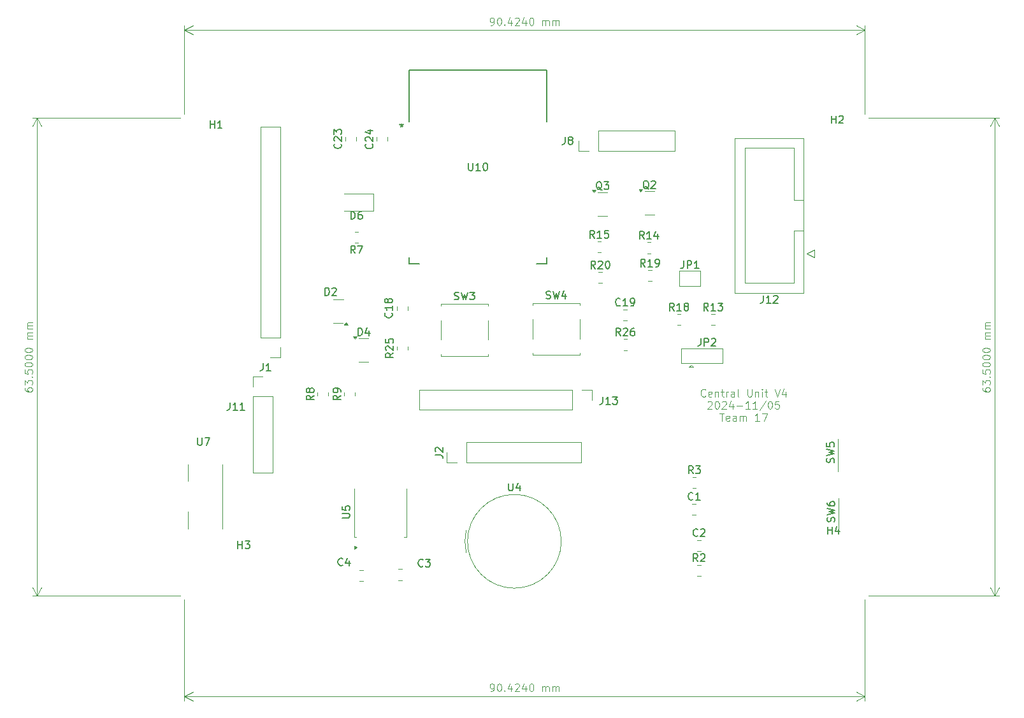
<source format=gbr>
%TF.GenerationSoftware,KiCad,Pcbnew,8.0.6*%
%TF.CreationDate,2024-11-05T17:21:10-06:00*%
%TF.ProjectId,werable_unit (1),77657261-626c-4655-9f75-6e6974202831,rev?*%
%TF.SameCoordinates,Original*%
%TF.FileFunction,Legend,Top*%
%TF.FilePolarity,Positive*%
%FSLAX46Y46*%
G04 Gerber Fmt 4.6, Leading zero omitted, Abs format (unit mm)*
G04 Created by KiCad (PCBNEW 8.0.6) date 2024-11-05 17:21:10*
%MOMM*%
%LPD*%
G01*
G04 APERTURE LIST*
%ADD10C,0.125000*%
%ADD11C,0.100000*%
%ADD12C,0.150000*%
%ADD13C,0.120000*%
%ADD14C,0.152400*%
G04 APERTURE END LIST*
D10*
X154591379Y-73771992D02*
X154543760Y-73819612D01*
X154543760Y-73819612D02*
X154400903Y-73867231D01*
X154400903Y-73867231D02*
X154305665Y-73867231D01*
X154305665Y-73867231D02*
X154162808Y-73819612D01*
X154162808Y-73819612D02*
X154067570Y-73724373D01*
X154067570Y-73724373D02*
X154019951Y-73629135D01*
X154019951Y-73629135D02*
X153972332Y-73438659D01*
X153972332Y-73438659D02*
X153972332Y-73295802D01*
X153972332Y-73295802D02*
X154019951Y-73105326D01*
X154019951Y-73105326D02*
X154067570Y-73010088D01*
X154067570Y-73010088D02*
X154162808Y-72914850D01*
X154162808Y-72914850D02*
X154305665Y-72867231D01*
X154305665Y-72867231D02*
X154400903Y-72867231D01*
X154400903Y-72867231D02*
X154543760Y-72914850D01*
X154543760Y-72914850D02*
X154591379Y-72962469D01*
X155400903Y-73819612D02*
X155305665Y-73867231D01*
X155305665Y-73867231D02*
X155115189Y-73867231D01*
X155115189Y-73867231D02*
X155019951Y-73819612D01*
X155019951Y-73819612D02*
X154972332Y-73724373D01*
X154972332Y-73724373D02*
X154972332Y-73343421D01*
X154972332Y-73343421D02*
X155019951Y-73248183D01*
X155019951Y-73248183D02*
X155115189Y-73200564D01*
X155115189Y-73200564D02*
X155305665Y-73200564D01*
X155305665Y-73200564D02*
X155400903Y-73248183D01*
X155400903Y-73248183D02*
X155448522Y-73343421D01*
X155448522Y-73343421D02*
X155448522Y-73438659D01*
X155448522Y-73438659D02*
X154972332Y-73533897D01*
X155877094Y-73200564D02*
X155877094Y-73867231D01*
X155877094Y-73295802D02*
X155924713Y-73248183D01*
X155924713Y-73248183D02*
X156019951Y-73200564D01*
X156019951Y-73200564D02*
X156162808Y-73200564D01*
X156162808Y-73200564D02*
X156258046Y-73248183D01*
X156258046Y-73248183D02*
X156305665Y-73343421D01*
X156305665Y-73343421D02*
X156305665Y-73867231D01*
X156638999Y-73200564D02*
X157019951Y-73200564D01*
X156781856Y-72867231D02*
X156781856Y-73724373D01*
X156781856Y-73724373D02*
X156829475Y-73819612D01*
X156829475Y-73819612D02*
X156924713Y-73867231D01*
X156924713Y-73867231D02*
X157019951Y-73867231D01*
X157353285Y-73867231D02*
X157353285Y-73200564D01*
X157353285Y-73391040D02*
X157400904Y-73295802D01*
X157400904Y-73295802D02*
X157448523Y-73248183D01*
X157448523Y-73248183D02*
X157543761Y-73200564D01*
X157543761Y-73200564D02*
X157638999Y-73200564D01*
X158400904Y-73867231D02*
X158400904Y-73343421D01*
X158400904Y-73343421D02*
X158353285Y-73248183D01*
X158353285Y-73248183D02*
X158258047Y-73200564D01*
X158258047Y-73200564D02*
X158067571Y-73200564D01*
X158067571Y-73200564D02*
X157972333Y-73248183D01*
X158400904Y-73819612D02*
X158305666Y-73867231D01*
X158305666Y-73867231D02*
X158067571Y-73867231D01*
X158067571Y-73867231D02*
X157972333Y-73819612D01*
X157972333Y-73819612D02*
X157924714Y-73724373D01*
X157924714Y-73724373D02*
X157924714Y-73629135D01*
X157924714Y-73629135D02*
X157972333Y-73533897D01*
X157972333Y-73533897D02*
X158067571Y-73486278D01*
X158067571Y-73486278D02*
X158305666Y-73486278D01*
X158305666Y-73486278D02*
X158400904Y-73438659D01*
X159019952Y-73867231D02*
X158924714Y-73819612D01*
X158924714Y-73819612D02*
X158877095Y-73724373D01*
X158877095Y-73724373D02*
X158877095Y-72867231D01*
X160162810Y-72867231D02*
X160162810Y-73676754D01*
X160162810Y-73676754D02*
X160210429Y-73771992D01*
X160210429Y-73771992D02*
X160258048Y-73819612D01*
X160258048Y-73819612D02*
X160353286Y-73867231D01*
X160353286Y-73867231D02*
X160543762Y-73867231D01*
X160543762Y-73867231D02*
X160639000Y-73819612D01*
X160639000Y-73819612D02*
X160686619Y-73771992D01*
X160686619Y-73771992D02*
X160734238Y-73676754D01*
X160734238Y-73676754D02*
X160734238Y-72867231D01*
X161210429Y-73200564D02*
X161210429Y-73867231D01*
X161210429Y-73295802D02*
X161258048Y-73248183D01*
X161258048Y-73248183D02*
X161353286Y-73200564D01*
X161353286Y-73200564D02*
X161496143Y-73200564D01*
X161496143Y-73200564D02*
X161591381Y-73248183D01*
X161591381Y-73248183D02*
X161639000Y-73343421D01*
X161639000Y-73343421D02*
X161639000Y-73867231D01*
X162115191Y-73867231D02*
X162115191Y-73200564D01*
X162115191Y-72867231D02*
X162067572Y-72914850D01*
X162067572Y-72914850D02*
X162115191Y-72962469D01*
X162115191Y-72962469D02*
X162162810Y-72914850D01*
X162162810Y-72914850D02*
X162115191Y-72867231D01*
X162115191Y-72867231D02*
X162115191Y-72962469D01*
X162448524Y-73200564D02*
X162829476Y-73200564D01*
X162591381Y-72867231D02*
X162591381Y-73724373D01*
X162591381Y-73724373D02*
X162639000Y-73819612D01*
X162639000Y-73819612D02*
X162734238Y-73867231D01*
X162734238Y-73867231D02*
X162829476Y-73867231D01*
X163781858Y-72867231D02*
X164115191Y-73867231D01*
X164115191Y-73867231D02*
X164448524Y-72867231D01*
X165210429Y-73200564D02*
X165210429Y-73867231D01*
X164972334Y-72819612D02*
X164734239Y-73533897D01*
X164734239Y-73533897D02*
X165353286Y-73533897D01*
X154877095Y-74572413D02*
X154924714Y-74524794D01*
X154924714Y-74524794D02*
X155019952Y-74477175D01*
X155019952Y-74477175D02*
X155258047Y-74477175D01*
X155258047Y-74477175D02*
X155353285Y-74524794D01*
X155353285Y-74524794D02*
X155400904Y-74572413D01*
X155400904Y-74572413D02*
X155448523Y-74667651D01*
X155448523Y-74667651D02*
X155448523Y-74762889D01*
X155448523Y-74762889D02*
X155400904Y-74905746D01*
X155400904Y-74905746D02*
X154829476Y-75477175D01*
X154829476Y-75477175D02*
X155448523Y-75477175D01*
X156067571Y-74477175D02*
X156162809Y-74477175D01*
X156162809Y-74477175D02*
X156258047Y-74524794D01*
X156258047Y-74524794D02*
X156305666Y-74572413D01*
X156305666Y-74572413D02*
X156353285Y-74667651D01*
X156353285Y-74667651D02*
X156400904Y-74858127D01*
X156400904Y-74858127D02*
X156400904Y-75096222D01*
X156400904Y-75096222D02*
X156353285Y-75286698D01*
X156353285Y-75286698D02*
X156305666Y-75381936D01*
X156305666Y-75381936D02*
X156258047Y-75429556D01*
X156258047Y-75429556D02*
X156162809Y-75477175D01*
X156162809Y-75477175D02*
X156067571Y-75477175D01*
X156067571Y-75477175D02*
X155972333Y-75429556D01*
X155972333Y-75429556D02*
X155924714Y-75381936D01*
X155924714Y-75381936D02*
X155877095Y-75286698D01*
X155877095Y-75286698D02*
X155829476Y-75096222D01*
X155829476Y-75096222D02*
X155829476Y-74858127D01*
X155829476Y-74858127D02*
X155877095Y-74667651D01*
X155877095Y-74667651D02*
X155924714Y-74572413D01*
X155924714Y-74572413D02*
X155972333Y-74524794D01*
X155972333Y-74524794D02*
X156067571Y-74477175D01*
X156781857Y-74572413D02*
X156829476Y-74524794D01*
X156829476Y-74524794D02*
X156924714Y-74477175D01*
X156924714Y-74477175D02*
X157162809Y-74477175D01*
X157162809Y-74477175D02*
X157258047Y-74524794D01*
X157258047Y-74524794D02*
X157305666Y-74572413D01*
X157305666Y-74572413D02*
X157353285Y-74667651D01*
X157353285Y-74667651D02*
X157353285Y-74762889D01*
X157353285Y-74762889D02*
X157305666Y-74905746D01*
X157305666Y-74905746D02*
X156734238Y-75477175D01*
X156734238Y-75477175D02*
X157353285Y-75477175D01*
X158210428Y-74810508D02*
X158210428Y-75477175D01*
X157972333Y-74429556D02*
X157734238Y-75143841D01*
X157734238Y-75143841D02*
X158353285Y-75143841D01*
X158734238Y-75096222D02*
X159496143Y-75096222D01*
X160496142Y-75477175D02*
X159924714Y-75477175D01*
X160210428Y-75477175D02*
X160210428Y-74477175D01*
X160210428Y-74477175D02*
X160115190Y-74620032D01*
X160115190Y-74620032D02*
X160019952Y-74715270D01*
X160019952Y-74715270D02*
X159924714Y-74762889D01*
X161448523Y-75477175D02*
X160877095Y-75477175D01*
X161162809Y-75477175D02*
X161162809Y-74477175D01*
X161162809Y-74477175D02*
X161067571Y-74620032D01*
X161067571Y-74620032D02*
X160972333Y-74715270D01*
X160972333Y-74715270D02*
X160877095Y-74762889D01*
X162591380Y-74429556D02*
X161734238Y-75715270D01*
X163115190Y-74477175D02*
X163210428Y-74477175D01*
X163210428Y-74477175D02*
X163305666Y-74524794D01*
X163305666Y-74524794D02*
X163353285Y-74572413D01*
X163353285Y-74572413D02*
X163400904Y-74667651D01*
X163400904Y-74667651D02*
X163448523Y-74858127D01*
X163448523Y-74858127D02*
X163448523Y-75096222D01*
X163448523Y-75096222D02*
X163400904Y-75286698D01*
X163400904Y-75286698D02*
X163353285Y-75381936D01*
X163353285Y-75381936D02*
X163305666Y-75429556D01*
X163305666Y-75429556D02*
X163210428Y-75477175D01*
X163210428Y-75477175D02*
X163115190Y-75477175D01*
X163115190Y-75477175D02*
X163019952Y-75429556D01*
X163019952Y-75429556D02*
X162972333Y-75381936D01*
X162972333Y-75381936D02*
X162924714Y-75286698D01*
X162924714Y-75286698D02*
X162877095Y-75096222D01*
X162877095Y-75096222D02*
X162877095Y-74858127D01*
X162877095Y-74858127D02*
X162924714Y-74667651D01*
X162924714Y-74667651D02*
X162972333Y-74572413D01*
X162972333Y-74572413D02*
X163019952Y-74524794D01*
X163019952Y-74524794D02*
X163115190Y-74477175D01*
X164353285Y-74477175D02*
X163877095Y-74477175D01*
X163877095Y-74477175D02*
X163829476Y-74953365D01*
X163829476Y-74953365D02*
X163877095Y-74905746D01*
X163877095Y-74905746D02*
X163972333Y-74858127D01*
X163972333Y-74858127D02*
X164210428Y-74858127D01*
X164210428Y-74858127D02*
X164305666Y-74905746D01*
X164305666Y-74905746D02*
X164353285Y-74953365D01*
X164353285Y-74953365D02*
X164400904Y-75048603D01*
X164400904Y-75048603D02*
X164400904Y-75286698D01*
X164400904Y-75286698D02*
X164353285Y-75381936D01*
X164353285Y-75381936D02*
X164305666Y-75429556D01*
X164305666Y-75429556D02*
X164210428Y-75477175D01*
X164210428Y-75477175D02*
X163972333Y-75477175D01*
X163972333Y-75477175D02*
X163877095Y-75429556D01*
X163877095Y-75429556D02*
X163829476Y-75381936D01*
X156472333Y-76087119D02*
X157043761Y-76087119D01*
X156758047Y-77087119D02*
X156758047Y-76087119D01*
X157758047Y-77039500D02*
X157662809Y-77087119D01*
X157662809Y-77087119D02*
X157472333Y-77087119D01*
X157472333Y-77087119D02*
X157377095Y-77039500D01*
X157377095Y-77039500D02*
X157329476Y-76944261D01*
X157329476Y-76944261D02*
X157329476Y-76563309D01*
X157329476Y-76563309D02*
X157377095Y-76468071D01*
X157377095Y-76468071D02*
X157472333Y-76420452D01*
X157472333Y-76420452D02*
X157662809Y-76420452D01*
X157662809Y-76420452D02*
X157758047Y-76468071D01*
X157758047Y-76468071D02*
X157805666Y-76563309D01*
X157805666Y-76563309D02*
X157805666Y-76658547D01*
X157805666Y-76658547D02*
X157329476Y-76753785D01*
X158662809Y-77087119D02*
X158662809Y-76563309D01*
X158662809Y-76563309D02*
X158615190Y-76468071D01*
X158615190Y-76468071D02*
X158519952Y-76420452D01*
X158519952Y-76420452D02*
X158329476Y-76420452D01*
X158329476Y-76420452D02*
X158234238Y-76468071D01*
X158662809Y-77039500D02*
X158567571Y-77087119D01*
X158567571Y-77087119D02*
X158329476Y-77087119D01*
X158329476Y-77087119D02*
X158234238Y-77039500D01*
X158234238Y-77039500D02*
X158186619Y-76944261D01*
X158186619Y-76944261D02*
X158186619Y-76849023D01*
X158186619Y-76849023D02*
X158234238Y-76753785D01*
X158234238Y-76753785D02*
X158329476Y-76706166D01*
X158329476Y-76706166D02*
X158567571Y-76706166D01*
X158567571Y-76706166D02*
X158662809Y-76658547D01*
X159139000Y-77087119D02*
X159139000Y-76420452D01*
X159139000Y-76515690D02*
X159186619Y-76468071D01*
X159186619Y-76468071D02*
X159281857Y-76420452D01*
X159281857Y-76420452D02*
X159424714Y-76420452D01*
X159424714Y-76420452D02*
X159519952Y-76468071D01*
X159519952Y-76468071D02*
X159567571Y-76563309D01*
X159567571Y-76563309D02*
X159567571Y-77087119D01*
X159567571Y-76563309D02*
X159615190Y-76468071D01*
X159615190Y-76468071D02*
X159710428Y-76420452D01*
X159710428Y-76420452D02*
X159853285Y-76420452D01*
X159853285Y-76420452D02*
X159948524Y-76468071D01*
X159948524Y-76468071D02*
X159996143Y-76563309D01*
X159996143Y-76563309D02*
X159996143Y-77087119D01*
X161758047Y-77087119D02*
X161186619Y-77087119D01*
X161472333Y-77087119D02*
X161472333Y-76087119D01*
X161472333Y-76087119D02*
X161377095Y-76229976D01*
X161377095Y-76229976D02*
X161281857Y-76325214D01*
X161281857Y-76325214D02*
X161186619Y-76372833D01*
X162091381Y-76087119D02*
X162758047Y-76087119D01*
X162758047Y-76087119D02*
X162329476Y-77087119D01*
D11*
X126032191Y-113022419D02*
X126222667Y-113022419D01*
X126222667Y-113022419D02*
X126317905Y-112974800D01*
X126317905Y-112974800D02*
X126365524Y-112927180D01*
X126365524Y-112927180D02*
X126460762Y-112784323D01*
X126460762Y-112784323D02*
X126508381Y-112593847D01*
X126508381Y-112593847D02*
X126508381Y-112212895D01*
X126508381Y-112212895D02*
X126460762Y-112117657D01*
X126460762Y-112117657D02*
X126413143Y-112070038D01*
X126413143Y-112070038D02*
X126317905Y-112022419D01*
X126317905Y-112022419D02*
X126127429Y-112022419D01*
X126127429Y-112022419D02*
X126032191Y-112070038D01*
X126032191Y-112070038D02*
X125984572Y-112117657D01*
X125984572Y-112117657D02*
X125936953Y-112212895D01*
X125936953Y-112212895D02*
X125936953Y-112450990D01*
X125936953Y-112450990D02*
X125984572Y-112546228D01*
X125984572Y-112546228D02*
X126032191Y-112593847D01*
X126032191Y-112593847D02*
X126127429Y-112641466D01*
X126127429Y-112641466D02*
X126317905Y-112641466D01*
X126317905Y-112641466D02*
X126413143Y-112593847D01*
X126413143Y-112593847D02*
X126460762Y-112546228D01*
X126460762Y-112546228D02*
X126508381Y-112450990D01*
X127127429Y-112022419D02*
X127222667Y-112022419D01*
X127222667Y-112022419D02*
X127317905Y-112070038D01*
X127317905Y-112070038D02*
X127365524Y-112117657D01*
X127365524Y-112117657D02*
X127413143Y-112212895D01*
X127413143Y-112212895D02*
X127460762Y-112403371D01*
X127460762Y-112403371D02*
X127460762Y-112641466D01*
X127460762Y-112641466D02*
X127413143Y-112831942D01*
X127413143Y-112831942D02*
X127365524Y-112927180D01*
X127365524Y-112927180D02*
X127317905Y-112974800D01*
X127317905Y-112974800D02*
X127222667Y-113022419D01*
X127222667Y-113022419D02*
X127127429Y-113022419D01*
X127127429Y-113022419D02*
X127032191Y-112974800D01*
X127032191Y-112974800D02*
X126984572Y-112927180D01*
X126984572Y-112927180D02*
X126936953Y-112831942D01*
X126936953Y-112831942D02*
X126889334Y-112641466D01*
X126889334Y-112641466D02*
X126889334Y-112403371D01*
X126889334Y-112403371D02*
X126936953Y-112212895D01*
X126936953Y-112212895D02*
X126984572Y-112117657D01*
X126984572Y-112117657D02*
X127032191Y-112070038D01*
X127032191Y-112070038D02*
X127127429Y-112022419D01*
X127889334Y-112927180D02*
X127936953Y-112974800D01*
X127936953Y-112974800D02*
X127889334Y-113022419D01*
X127889334Y-113022419D02*
X127841715Y-112974800D01*
X127841715Y-112974800D02*
X127889334Y-112927180D01*
X127889334Y-112927180D02*
X127889334Y-113022419D01*
X128794095Y-112355752D02*
X128794095Y-113022419D01*
X128556000Y-111974800D02*
X128317905Y-112689085D01*
X128317905Y-112689085D02*
X128936952Y-112689085D01*
X129270286Y-112117657D02*
X129317905Y-112070038D01*
X129317905Y-112070038D02*
X129413143Y-112022419D01*
X129413143Y-112022419D02*
X129651238Y-112022419D01*
X129651238Y-112022419D02*
X129746476Y-112070038D01*
X129746476Y-112070038D02*
X129794095Y-112117657D01*
X129794095Y-112117657D02*
X129841714Y-112212895D01*
X129841714Y-112212895D02*
X129841714Y-112308133D01*
X129841714Y-112308133D02*
X129794095Y-112450990D01*
X129794095Y-112450990D02*
X129222667Y-113022419D01*
X129222667Y-113022419D02*
X129841714Y-113022419D01*
X130698857Y-112355752D02*
X130698857Y-113022419D01*
X130460762Y-111974800D02*
X130222667Y-112689085D01*
X130222667Y-112689085D02*
X130841714Y-112689085D01*
X131413143Y-112022419D02*
X131508381Y-112022419D01*
X131508381Y-112022419D02*
X131603619Y-112070038D01*
X131603619Y-112070038D02*
X131651238Y-112117657D01*
X131651238Y-112117657D02*
X131698857Y-112212895D01*
X131698857Y-112212895D02*
X131746476Y-112403371D01*
X131746476Y-112403371D02*
X131746476Y-112641466D01*
X131746476Y-112641466D02*
X131698857Y-112831942D01*
X131698857Y-112831942D02*
X131651238Y-112927180D01*
X131651238Y-112927180D02*
X131603619Y-112974800D01*
X131603619Y-112974800D02*
X131508381Y-113022419D01*
X131508381Y-113022419D02*
X131413143Y-113022419D01*
X131413143Y-113022419D02*
X131317905Y-112974800D01*
X131317905Y-112974800D02*
X131270286Y-112927180D01*
X131270286Y-112927180D02*
X131222667Y-112831942D01*
X131222667Y-112831942D02*
X131175048Y-112641466D01*
X131175048Y-112641466D02*
X131175048Y-112403371D01*
X131175048Y-112403371D02*
X131222667Y-112212895D01*
X131222667Y-112212895D02*
X131270286Y-112117657D01*
X131270286Y-112117657D02*
X131317905Y-112070038D01*
X131317905Y-112070038D02*
X131413143Y-112022419D01*
X132936953Y-113022419D02*
X132936953Y-112355752D01*
X132936953Y-112450990D02*
X132984572Y-112403371D01*
X132984572Y-112403371D02*
X133079810Y-112355752D01*
X133079810Y-112355752D02*
X133222667Y-112355752D01*
X133222667Y-112355752D02*
X133317905Y-112403371D01*
X133317905Y-112403371D02*
X133365524Y-112498609D01*
X133365524Y-112498609D02*
X133365524Y-113022419D01*
X133365524Y-112498609D02*
X133413143Y-112403371D01*
X133413143Y-112403371D02*
X133508381Y-112355752D01*
X133508381Y-112355752D02*
X133651238Y-112355752D01*
X133651238Y-112355752D02*
X133746477Y-112403371D01*
X133746477Y-112403371D02*
X133794096Y-112498609D01*
X133794096Y-112498609D02*
X133794096Y-113022419D01*
X134270286Y-113022419D02*
X134270286Y-112355752D01*
X134270286Y-112450990D02*
X134317905Y-112403371D01*
X134317905Y-112403371D02*
X134413143Y-112355752D01*
X134413143Y-112355752D02*
X134556000Y-112355752D01*
X134556000Y-112355752D02*
X134651238Y-112403371D01*
X134651238Y-112403371D02*
X134698857Y-112498609D01*
X134698857Y-112498609D02*
X134698857Y-113022419D01*
X134698857Y-112498609D02*
X134746476Y-112403371D01*
X134746476Y-112403371D02*
X134841714Y-112355752D01*
X134841714Y-112355752D02*
X134984571Y-112355752D01*
X134984571Y-112355752D02*
X135079810Y-112403371D01*
X135079810Y-112403371D02*
X135127429Y-112498609D01*
X135127429Y-112498609D02*
X135127429Y-113022419D01*
X85344000Y-100830000D02*
X85344000Y-114251420D01*
X175768000Y-100830000D02*
X175768000Y-114251420D01*
X85344000Y-113665000D02*
X175768000Y-113665000D01*
X85344000Y-113665000D02*
X175768000Y-113665000D01*
X85344000Y-113665000D02*
X86470504Y-113078579D01*
X85344000Y-113665000D02*
X86470504Y-114251421D01*
X175768000Y-113665000D02*
X174641496Y-114251421D01*
X175768000Y-113665000D02*
X174641496Y-113078579D01*
X126032191Y-24503419D02*
X126222667Y-24503419D01*
X126222667Y-24503419D02*
X126317905Y-24455800D01*
X126317905Y-24455800D02*
X126365524Y-24408180D01*
X126365524Y-24408180D02*
X126460762Y-24265323D01*
X126460762Y-24265323D02*
X126508381Y-24074847D01*
X126508381Y-24074847D02*
X126508381Y-23693895D01*
X126508381Y-23693895D02*
X126460762Y-23598657D01*
X126460762Y-23598657D02*
X126413143Y-23551038D01*
X126413143Y-23551038D02*
X126317905Y-23503419D01*
X126317905Y-23503419D02*
X126127429Y-23503419D01*
X126127429Y-23503419D02*
X126032191Y-23551038D01*
X126032191Y-23551038D02*
X125984572Y-23598657D01*
X125984572Y-23598657D02*
X125936953Y-23693895D01*
X125936953Y-23693895D02*
X125936953Y-23931990D01*
X125936953Y-23931990D02*
X125984572Y-24027228D01*
X125984572Y-24027228D02*
X126032191Y-24074847D01*
X126032191Y-24074847D02*
X126127429Y-24122466D01*
X126127429Y-24122466D02*
X126317905Y-24122466D01*
X126317905Y-24122466D02*
X126413143Y-24074847D01*
X126413143Y-24074847D02*
X126460762Y-24027228D01*
X126460762Y-24027228D02*
X126508381Y-23931990D01*
X127127429Y-23503419D02*
X127222667Y-23503419D01*
X127222667Y-23503419D02*
X127317905Y-23551038D01*
X127317905Y-23551038D02*
X127365524Y-23598657D01*
X127365524Y-23598657D02*
X127413143Y-23693895D01*
X127413143Y-23693895D02*
X127460762Y-23884371D01*
X127460762Y-23884371D02*
X127460762Y-24122466D01*
X127460762Y-24122466D02*
X127413143Y-24312942D01*
X127413143Y-24312942D02*
X127365524Y-24408180D01*
X127365524Y-24408180D02*
X127317905Y-24455800D01*
X127317905Y-24455800D02*
X127222667Y-24503419D01*
X127222667Y-24503419D02*
X127127429Y-24503419D01*
X127127429Y-24503419D02*
X127032191Y-24455800D01*
X127032191Y-24455800D02*
X126984572Y-24408180D01*
X126984572Y-24408180D02*
X126936953Y-24312942D01*
X126936953Y-24312942D02*
X126889334Y-24122466D01*
X126889334Y-24122466D02*
X126889334Y-23884371D01*
X126889334Y-23884371D02*
X126936953Y-23693895D01*
X126936953Y-23693895D02*
X126984572Y-23598657D01*
X126984572Y-23598657D02*
X127032191Y-23551038D01*
X127032191Y-23551038D02*
X127127429Y-23503419D01*
X127889334Y-24408180D02*
X127936953Y-24455800D01*
X127936953Y-24455800D02*
X127889334Y-24503419D01*
X127889334Y-24503419D02*
X127841715Y-24455800D01*
X127841715Y-24455800D02*
X127889334Y-24408180D01*
X127889334Y-24408180D02*
X127889334Y-24503419D01*
X128794095Y-23836752D02*
X128794095Y-24503419D01*
X128556000Y-23455800D02*
X128317905Y-24170085D01*
X128317905Y-24170085D02*
X128936952Y-24170085D01*
X129270286Y-23598657D02*
X129317905Y-23551038D01*
X129317905Y-23551038D02*
X129413143Y-23503419D01*
X129413143Y-23503419D02*
X129651238Y-23503419D01*
X129651238Y-23503419D02*
X129746476Y-23551038D01*
X129746476Y-23551038D02*
X129794095Y-23598657D01*
X129794095Y-23598657D02*
X129841714Y-23693895D01*
X129841714Y-23693895D02*
X129841714Y-23789133D01*
X129841714Y-23789133D02*
X129794095Y-23931990D01*
X129794095Y-23931990D02*
X129222667Y-24503419D01*
X129222667Y-24503419D02*
X129841714Y-24503419D01*
X130698857Y-23836752D02*
X130698857Y-24503419D01*
X130460762Y-23455800D02*
X130222667Y-24170085D01*
X130222667Y-24170085D02*
X130841714Y-24170085D01*
X131413143Y-23503419D02*
X131508381Y-23503419D01*
X131508381Y-23503419D02*
X131603619Y-23551038D01*
X131603619Y-23551038D02*
X131651238Y-23598657D01*
X131651238Y-23598657D02*
X131698857Y-23693895D01*
X131698857Y-23693895D02*
X131746476Y-23884371D01*
X131746476Y-23884371D02*
X131746476Y-24122466D01*
X131746476Y-24122466D02*
X131698857Y-24312942D01*
X131698857Y-24312942D02*
X131651238Y-24408180D01*
X131651238Y-24408180D02*
X131603619Y-24455800D01*
X131603619Y-24455800D02*
X131508381Y-24503419D01*
X131508381Y-24503419D02*
X131413143Y-24503419D01*
X131413143Y-24503419D02*
X131317905Y-24455800D01*
X131317905Y-24455800D02*
X131270286Y-24408180D01*
X131270286Y-24408180D02*
X131222667Y-24312942D01*
X131222667Y-24312942D02*
X131175048Y-24122466D01*
X131175048Y-24122466D02*
X131175048Y-23884371D01*
X131175048Y-23884371D02*
X131222667Y-23693895D01*
X131222667Y-23693895D02*
X131270286Y-23598657D01*
X131270286Y-23598657D02*
X131317905Y-23551038D01*
X131317905Y-23551038D02*
X131413143Y-23503419D01*
X132936953Y-24503419D02*
X132936953Y-23836752D01*
X132936953Y-23931990D02*
X132984572Y-23884371D01*
X132984572Y-23884371D02*
X133079810Y-23836752D01*
X133079810Y-23836752D02*
X133222667Y-23836752D01*
X133222667Y-23836752D02*
X133317905Y-23884371D01*
X133317905Y-23884371D02*
X133365524Y-23979609D01*
X133365524Y-23979609D02*
X133365524Y-24503419D01*
X133365524Y-23979609D02*
X133413143Y-23884371D01*
X133413143Y-23884371D02*
X133508381Y-23836752D01*
X133508381Y-23836752D02*
X133651238Y-23836752D01*
X133651238Y-23836752D02*
X133746477Y-23884371D01*
X133746477Y-23884371D02*
X133794096Y-23979609D01*
X133794096Y-23979609D02*
X133794096Y-24503419D01*
X134270286Y-24503419D02*
X134270286Y-23836752D01*
X134270286Y-23931990D02*
X134317905Y-23884371D01*
X134317905Y-23884371D02*
X134413143Y-23836752D01*
X134413143Y-23836752D02*
X134556000Y-23836752D01*
X134556000Y-23836752D02*
X134651238Y-23884371D01*
X134651238Y-23884371D02*
X134698857Y-23979609D01*
X134698857Y-23979609D02*
X134698857Y-24503419D01*
X134698857Y-23979609D02*
X134746476Y-23884371D01*
X134746476Y-23884371D02*
X134841714Y-23836752D01*
X134841714Y-23836752D02*
X134984571Y-23836752D01*
X134984571Y-23836752D02*
X135079810Y-23884371D01*
X135079810Y-23884371D02*
X135127429Y-23979609D01*
X135127429Y-23979609D02*
X135127429Y-24503419D01*
X85344000Y-36330000D02*
X85344000Y-24559580D01*
X175768000Y-36330000D02*
X175768000Y-24559580D01*
X85344000Y-25146000D02*
X175768000Y-25146000D01*
X85344000Y-25146000D02*
X175768000Y-25146000D01*
X85344000Y-25146000D02*
X86470504Y-24559579D01*
X85344000Y-25146000D02*
X86470504Y-25732421D01*
X175768000Y-25146000D02*
X174641496Y-25732421D01*
X175768000Y-25146000D02*
X174641496Y-24559579D01*
X191397419Y-72722856D02*
X191397419Y-72913332D01*
X191397419Y-72913332D02*
X191445038Y-73008570D01*
X191445038Y-73008570D02*
X191492657Y-73056189D01*
X191492657Y-73056189D02*
X191635514Y-73151427D01*
X191635514Y-73151427D02*
X191825990Y-73199046D01*
X191825990Y-73199046D02*
X192206942Y-73199046D01*
X192206942Y-73199046D02*
X192302180Y-73151427D01*
X192302180Y-73151427D02*
X192349800Y-73103808D01*
X192349800Y-73103808D02*
X192397419Y-73008570D01*
X192397419Y-73008570D02*
X192397419Y-72818094D01*
X192397419Y-72818094D02*
X192349800Y-72722856D01*
X192349800Y-72722856D02*
X192302180Y-72675237D01*
X192302180Y-72675237D02*
X192206942Y-72627618D01*
X192206942Y-72627618D02*
X191968847Y-72627618D01*
X191968847Y-72627618D02*
X191873609Y-72675237D01*
X191873609Y-72675237D02*
X191825990Y-72722856D01*
X191825990Y-72722856D02*
X191778371Y-72818094D01*
X191778371Y-72818094D02*
X191778371Y-73008570D01*
X191778371Y-73008570D02*
X191825990Y-73103808D01*
X191825990Y-73103808D02*
X191873609Y-73151427D01*
X191873609Y-73151427D02*
X191968847Y-73199046D01*
X191397419Y-72294284D02*
X191397419Y-71675237D01*
X191397419Y-71675237D02*
X191778371Y-72008570D01*
X191778371Y-72008570D02*
X191778371Y-71865713D01*
X191778371Y-71865713D02*
X191825990Y-71770475D01*
X191825990Y-71770475D02*
X191873609Y-71722856D01*
X191873609Y-71722856D02*
X191968847Y-71675237D01*
X191968847Y-71675237D02*
X192206942Y-71675237D01*
X192206942Y-71675237D02*
X192302180Y-71722856D01*
X192302180Y-71722856D02*
X192349800Y-71770475D01*
X192349800Y-71770475D02*
X192397419Y-71865713D01*
X192397419Y-71865713D02*
X192397419Y-72151427D01*
X192397419Y-72151427D02*
X192349800Y-72246665D01*
X192349800Y-72246665D02*
X192302180Y-72294284D01*
X192302180Y-71246665D02*
X192349800Y-71199046D01*
X192349800Y-71199046D02*
X192397419Y-71246665D01*
X192397419Y-71246665D02*
X192349800Y-71294284D01*
X192349800Y-71294284D02*
X192302180Y-71246665D01*
X192302180Y-71246665D02*
X192397419Y-71246665D01*
X191397419Y-70294285D02*
X191397419Y-70770475D01*
X191397419Y-70770475D02*
X191873609Y-70818094D01*
X191873609Y-70818094D02*
X191825990Y-70770475D01*
X191825990Y-70770475D02*
X191778371Y-70675237D01*
X191778371Y-70675237D02*
X191778371Y-70437142D01*
X191778371Y-70437142D02*
X191825990Y-70341904D01*
X191825990Y-70341904D02*
X191873609Y-70294285D01*
X191873609Y-70294285D02*
X191968847Y-70246666D01*
X191968847Y-70246666D02*
X192206942Y-70246666D01*
X192206942Y-70246666D02*
X192302180Y-70294285D01*
X192302180Y-70294285D02*
X192349800Y-70341904D01*
X192349800Y-70341904D02*
X192397419Y-70437142D01*
X192397419Y-70437142D02*
X192397419Y-70675237D01*
X192397419Y-70675237D02*
X192349800Y-70770475D01*
X192349800Y-70770475D02*
X192302180Y-70818094D01*
X191397419Y-69627618D02*
X191397419Y-69532380D01*
X191397419Y-69532380D02*
X191445038Y-69437142D01*
X191445038Y-69437142D02*
X191492657Y-69389523D01*
X191492657Y-69389523D02*
X191587895Y-69341904D01*
X191587895Y-69341904D02*
X191778371Y-69294285D01*
X191778371Y-69294285D02*
X192016466Y-69294285D01*
X192016466Y-69294285D02*
X192206942Y-69341904D01*
X192206942Y-69341904D02*
X192302180Y-69389523D01*
X192302180Y-69389523D02*
X192349800Y-69437142D01*
X192349800Y-69437142D02*
X192397419Y-69532380D01*
X192397419Y-69532380D02*
X192397419Y-69627618D01*
X192397419Y-69627618D02*
X192349800Y-69722856D01*
X192349800Y-69722856D02*
X192302180Y-69770475D01*
X192302180Y-69770475D02*
X192206942Y-69818094D01*
X192206942Y-69818094D02*
X192016466Y-69865713D01*
X192016466Y-69865713D02*
X191778371Y-69865713D01*
X191778371Y-69865713D02*
X191587895Y-69818094D01*
X191587895Y-69818094D02*
X191492657Y-69770475D01*
X191492657Y-69770475D02*
X191445038Y-69722856D01*
X191445038Y-69722856D02*
X191397419Y-69627618D01*
X191397419Y-68675237D02*
X191397419Y-68579999D01*
X191397419Y-68579999D02*
X191445038Y-68484761D01*
X191445038Y-68484761D02*
X191492657Y-68437142D01*
X191492657Y-68437142D02*
X191587895Y-68389523D01*
X191587895Y-68389523D02*
X191778371Y-68341904D01*
X191778371Y-68341904D02*
X192016466Y-68341904D01*
X192016466Y-68341904D02*
X192206942Y-68389523D01*
X192206942Y-68389523D02*
X192302180Y-68437142D01*
X192302180Y-68437142D02*
X192349800Y-68484761D01*
X192349800Y-68484761D02*
X192397419Y-68579999D01*
X192397419Y-68579999D02*
X192397419Y-68675237D01*
X192397419Y-68675237D02*
X192349800Y-68770475D01*
X192349800Y-68770475D02*
X192302180Y-68818094D01*
X192302180Y-68818094D02*
X192206942Y-68865713D01*
X192206942Y-68865713D02*
X192016466Y-68913332D01*
X192016466Y-68913332D02*
X191778371Y-68913332D01*
X191778371Y-68913332D02*
X191587895Y-68865713D01*
X191587895Y-68865713D02*
X191492657Y-68818094D01*
X191492657Y-68818094D02*
X191445038Y-68770475D01*
X191445038Y-68770475D02*
X191397419Y-68675237D01*
X191397419Y-67722856D02*
X191397419Y-67627618D01*
X191397419Y-67627618D02*
X191445038Y-67532380D01*
X191445038Y-67532380D02*
X191492657Y-67484761D01*
X191492657Y-67484761D02*
X191587895Y-67437142D01*
X191587895Y-67437142D02*
X191778371Y-67389523D01*
X191778371Y-67389523D02*
X192016466Y-67389523D01*
X192016466Y-67389523D02*
X192206942Y-67437142D01*
X192206942Y-67437142D02*
X192302180Y-67484761D01*
X192302180Y-67484761D02*
X192349800Y-67532380D01*
X192349800Y-67532380D02*
X192397419Y-67627618D01*
X192397419Y-67627618D02*
X192397419Y-67722856D01*
X192397419Y-67722856D02*
X192349800Y-67818094D01*
X192349800Y-67818094D02*
X192302180Y-67865713D01*
X192302180Y-67865713D02*
X192206942Y-67913332D01*
X192206942Y-67913332D02*
X192016466Y-67960951D01*
X192016466Y-67960951D02*
X191778371Y-67960951D01*
X191778371Y-67960951D02*
X191587895Y-67913332D01*
X191587895Y-67913332D02*
X191492657Y-67865713D01*
X191492657Y-67865713D02*
X191445038Y-67818094D01*
X191445038Y-67818094D02*
X191397419Y-67722856D01*
X192397419Y-66199046D02*
X191730752Y-66199046D01*
X191825990Y-66199046D02*
X191778371Y-66151427D01*
X191778371Y-66151427D02*
X191730752Y-66056189D01*
X191730752Y-66056189D02*
X191730752Y-65913332D01*
X191730752Y-65913332D02*
X191778371Y-65818094D01*
X191778371Y-65818094D02*
X191873609Y-65770475D01*
X191873609Y-65770475D02*
X192397419Y-65770475D01*
X191873609Y-65770475D02*
X191778371Y-65722856D01*
X191778371Y-65722856D02*
X191730752Y-65627618D01*
X191730752Y-65627618D02*
X191730752Y-65484761D01*
X191730752Y-65484761D02*
X191778371Y-65389522D01*
X191778371Y-65389522D02*
X191873609Y-65341903D01*
X191873609Y-65341903D02*
X192397419Y-65341903D01*
X192397419Y-64865713D02*
X191730752Y-64865713D01*
X191825990Y-64865713D02*
X191778371Y-64818094D01*
X191778371Y-64818094D02*
X191730752Y-64722856D01*
X191730752Y-64722856D02*
X191730752Y-64579999D01*
X191730752Y-64579999D02*
X191778371Y-64484761D01*
X191778371Y-64484761D02*
X191873609Y-64437142D01*
X191873609Y-64437142D02*
X192397419Y-64437142D01*
X191873609Y-64437142D02*
X191778371Y-64389523D01*
X191778371Y-64389523D02*
X191730752Y-64294285D01*
X191730752Y-64294285D02*
X191730752Y-64151428D01*
X191730752Y-64151428D02*
X191778371Y-64056189D01*
X191778371Y-64056189D02*
X191873609Y-64008570D01*
X191873609Y-64008570D02*
X192397419Y-64008570D01*
X176268000Y-36830000D02*
X193626420Y-36830000D01*
X176268000Y-100330000D02*
X193626420Y-100330000D01*
X193040000Y-36830000D02*
X193040000Y-100330000D01*
X193040000Y-36830000D02*
X193040000Y-100330000D01*
X193040000Y-36830000D02*
X193626421Y-37956504D01*
X193040000Y-36830000D02*
X192453579Y-37956504D01*
X193040000Y-100330000D02*
X192453579Y-99203496D01*
X193040000Y-100330000D02*
X193626421Y-99203496D01*
X64143419Y-72722856D02*
X64143419Y-72913332D01*
X64143419Y-72913332D02*
X64191038Y-73008570D01*
X64191038Y-73008570D02*
X64238657Y-73056189D01*
X64238657Y-73056189D02*
X64381514Y-73151427D01*
X64381514Y-73151427D02*
X64571990Y-73199046D01*
X64571990Y-73199046D02*
X64952942Y-73199046D01*
X64952942Y-73199046D02*
X65048180Y-73151427D01*
X65048180Y-73151427D02*
X65095800Y-73103808D01*
X65095800Y-73103808D02*
X65143419Y-73008570D01*
X65143419Y-73008570D02*
X65143419Y-72818094D01*
X65143419Y-72818094D02*
X65095800Y-72722856D01*
X65095800Y-72722856D02*
X65048180Y-72675237D01*
X65048180Y-72675237D02*
X64952942Y-72627618D01*
X64952942Y-72627618D02*
X64714847Y-72627618D01*
X64714847Y-72627618D02*
X64619609Y-72675237D01*
X64619609Y-72675237D02*
X64571990Y-72722856D01*
X64571990Y-72722856D02*
X64524371Y-72818094D01*
X64524371Y-72818094D02*
X64524371Y-73008570D01*
X64524371Y-73008570D02*
X64571990Y-73103808D01*
X64571990Y-73103808D02*
X64619609Y-73151427D01*
X64619609Y-73151427D02*
X64714847Y-73199046D01*
X64143419Y-72294284D02*
X64143419Y-71675237D01*
X64143419Y-71675237D02*
X64524371Y-72008570D01*
X64524371Y-72008570D02*
X64524371Y-71865713D01*
X64524371Y-71865713D02*
X64571990Y-71770475D01*
X64571990Y-71770475D02*
X64619609Y-71722856D01*
X64619609Y-71722856D02*
X64714847Y-71675237D01*
X64714847Y-71675237D02*
X64952942Y-71675237D01*
X64952942Y-71675237D02*
X65048180Y-71722856D01*
X65048180Y-71722856D02*
X65095800Y-71770475D01*
X65095800Y-71770475D02*
X65143419Y-71865713D01*
X65143419Y-71865713D02*
X65143419Y-72151427D01*
X65143419Y-72151427D02*
X65095800Y-72246665D01*
X65095800Y-72246665D02*
X65048180Y-72294284D01*
X65048180Y-71246665D02*
X65095800Y-71199046D01*
X65095800Y-71199046D02*
X65143419Y-71246665D01*
X65143419Y-71246665D02*
X65095800Y-71294284D01*
X65095800Y-71294284D02*
X65048180Y-71246665D01*
X65048180Y-71246665D02*
X65143419Y-71246665D01*
X64143419Y-70294285D02*
X64143419Y-70770475D01*
X64143419Y-70770475D02*
X64619609Y-70818094D01*
X64619609Y-70818094D02*
X64571990Y-70770475D01*
X64571990Y-70770475D02*
X64524371Y-70675237D01*
X64524371Y-70675237D02*
X64524371Y-70437142D01*
X64524371Y-70437142D02*
X64571990Y-70341904D01*
X64571990Y-70341904D02*
X64619609Y-70294285D01*
X64619609Y-70294285D02*
X64714847Y-70246666D01*
X64714847Y-70246666D02*
X64952942Y-70246666D01*
X64952942Y-70246666D02*
X65048180Y-70294285D01*
X65048180Y-70294285D02*
X65095800Y-70341904D01*
X65095800Y-70341904D02*
X65143419Y-70437142D01*
X65143419Y-70437142D02*
X65143419Y-70675237D01*
X65143419Y-70675237D02*
X65095800Y-70770475D01*
X65095800Y-70770475D02*
X65048180Y-70818094D01*
X64143419Y-69627618D02*
X64143419Y-69532380D01*
X64143419Y-69532380D02*
X64191038Y-69437142D01*
X64191038Y-69437142D02*
X64238657Y-69389523D01*
X64238657Y-69389523D02*
X64333895Y-69341904D01*
X64333895Y-69341904D02*
X64524371Y-69294285D01*
X64524371Y-69294285D02*
X64762466Y-69294285D01*
X64762466Y-69294285D02*
X64952942Y-69341904D01*
X64952942Y-69341904D02*
X65048180Y-69389523D01*
X65048180Y-69389523D02*
X65095800Y-69437142D01*
X65095800Y-69437142D02*
X65143419Y-69532380D01*
X65143419Y-69532380D02*
X65143419Y-69627618D01*
X65143419Y-69627618D02*
X65095800Y-69722856D01*
X65095800Y-69722856D02*
X65048180Y-69770475D01*
X65048180Y-69770475D02*
X64952942Y-69818094D01*
X64952942Y-69818094D02*
X64762466Y-69865713D01*
X64762466Y-69865713D02*
X64524371Y-69865713D01*
X64524371Y-69865713D02*
X64333895Y-69818094D01*
X64333895Y-69818094D02*
X64238657Y-69770475D01*
X64238657Y-69770475D02*
X64191038Y-69722856D01*
X64191038Y-69722856D02*
X64143419Y-69627618D01*
X64143419Y-68675237D02*
X64143419Y-68579999D01*
X64143419Y-68579999D02*
X64191038Y-68484761D01*
X64191038Y-68484761D02*
X64238657Y-68437142D01*
X64238657Y-68437142D02*
X64333895Y-68389523D01*
X64333895Y-68389523D02*
X64524371Y-68341904D01*
X64524371Y-68341904D02*
X64762466Y-68341904D01*
X64762466Y-68341904D02*
X64952942Y-68389523D01*
X64952942Y-68389523D02*
X65048180Y-68437142D01*
X65048180Y-68437142D02*
X65095800Y-68484761D01*
X65095800Y-68484761D02*
X65143419Y-68579999D01*
X65143419Y-68579999D02*
X65143419Y-68675237D01*
X65143419Y-68675237D02*
X65095800Y-68770475D01*
X65095800Y-68770475D02*
X65048180Y-68818094D01*
X65048180Y-68818094D02*
X64952942Y-68865713D01*
X64952942Y-68865713D02*
X64762466Y-68913332D01*
X64762466Y-68913332D02*
X64524371Y-68913332D01*
X64524371Y-68913332D02*
X64333895Y-68865713D01*
X64333895Y-68865713D02*
X64238657Y-68818094D01*
X64238657Y-68818094D02*
X64191038Y-68770475D01*
X64191038Y-68770475D02*
X64143419Y-68675237D01*
X64143419Y-67722856D02*
X64143419Y-67627618D01*
X64143419Y-67627618D02*
X64191038Y-67532380D01*
X64191038Y-67532380D02*
X64238657Y-67484761D01*
X64238657Y-67484761D02*
X64333895Y-67437142D01*
X64333895Y-67437142D02*
X64524371Y-67389523D01*
X64524371Y-67389523D02*
X64762466Y-67389523D01*
X64762466Y-67389523D02*
X64952942Y-67437142D01*
X64952942Y-67437142D02*
X65048180Y-67484761D01*
X65048180Y-67484761D02*
X65095800Y-67532380D01*
X65095800Y-67532380D02*
X65143419Y-67627618D01*
X65143419Y-67627618D02*
X65143419Y-67722856D01*
X65143419Y-67722856D02*
X65095800Y-67818094D01*
X65095800Y-67818094D02*
X65048180Y-67865713D01*
X65048180Y-67865713D02*
X64952942Y-67913332D01*
X64952942Y-67913332D02*
X64762466Y-67960951D01*
X64762466Y-67960951D02*
X64524371Y-67960951D01*
X64524371Y-67960951D02*
X64333895Y-67913332D01*
X64333895Y-67913332D02*
X64238657Y-67865713D01*
X64238657Y-67865713D02*
X64191038Y-67818094D01*
X64191038Y-67818094D02*
X64143419Y-67722856D01*
X65143419Y-66199046D02*
X64476752Y-66199046D01*
X64571990Y-66199046D02*
X64524371Y-66151427D01*
X64524371Y-66151427D02*
X64476752Y-66056189D01*
X64476752Y-66056189D02*
X64476752Y-65913332D01*
X64476752Y-65913332D02*
X64524371Y-65818094D01*
X64524371Y-65818094D02*
X64619609Y-65770475D01*
X64619609Y-65770475D02*
X65143419Y-65770475D01*
X64619609Y-65770475D02*
X64524371Y-65722856D01*
X64524371Y-65722856D02*
X64476752Y-65627618D01*
X64476752Y-65627618D02*
X64476752Y-65484761D01*
X64476752Y-65484761D02*
X64524371Y-65389522D01*
X64524371Y-65389522D02*
X64619609Y-65341903D01*
X64619609Y-65341903D02*
X65143419Y-65341903D01*
X65143419Y-64865713D02*
X64476752Y-64865713D01*
X64571990Y-64865713D02*
X64524371Y-64818094D01*
X64524371Y-64818094D02*
X64476752Y-64722856D01*
X64476752Y-64722856D02*
X64476752Y-64579999D01*
X64476752Y-64579999D02*
X64524371Y-64484761D01*
X64524371Y-64484761D02*
X64619609Y-64437142D01*
X64619609Y-64437142D02*
X65143419Y-64437142D01*
X64619609Y-64437142D02*
X64524371Y-64389523D01*
X64524371Y-64389523D02*
X64476752Y-64294285D01*
X64476752Y-64294285D02*
X64476752Y-64151428D01*
X64476752Y-64151428D02*
X64524371Y-64056189D01*
X64524371Y-64056189D02*
X64619609Y-64008570D01*
X64619609Y-64008570D02*
X65143419Y-64008570D01*
X84844000Y-36830000D02*
X65199580Y-36830000D01*
X84844000Y-100330000D02*
X65199580Y-100330000D01*
X65786000Y-36830000D02*
X65786000Y-100330000D01*
X65786000Y-36830000D02*
X65786000Y-100330000D01*
X65786000Y-36830000D02*
X66372421Y-37956504D01*
X65786000Y-36830000D02*
X65199579Y-37956504D01*
X65786000Y-100330000D02*
X65199579Y-99203496D01*
X65786000Y-100330000D02*
X66372421Y-99203496D01*
D12*
X139962142Y-56843819D02*
X139628809Y-56367628D01*
X139390714Y-56843819D02*
X139390714Y-55843819D01*
X139390714Y-55843819D02*
X139771666Y-55843819D01*
X139771666Y-55843819D02*
X139866904Y-55891438D01*
X139866904Y-55891438D02*
X139914523Y-55939057D01*
X139914523Y-55939057D02*
X139962142Y-56034295D01*
X139962142Y-56034295D02*
X139962142Y-56177152D01*
X139962142Y-56177152D02*
X139914523Y-56272390D01*
X139914523Y-56272390D02*
X139866904Y-56320009D01*
X139866904Y-56320009D02*
X139771666Y-56367628D01*
X139771666Y-56367628D02*
X139390714Y-56367628D01*
X140343095Y-55939057D02*
X140390714Y-55891438D01*
X140390714Y-55891438D02*
X140485952Y-55843819D01*
X140485952Y-55843819D02*
X140724047Y-55843819D01*
X140724047Y-55843819D02*
X140819285Y-55891438D01*
X140819285Y-55891438D02*
X140866904Y-55939057D01*
X140866904Y-55939057D02*
X140914523Y-56034295D01*
X140914523Y-56034295D02*
X140914523Y-56129533D01*
X140914523Y-56129533D02*
X140866904Y-56272390D01*
X140866904Y-56272390D02*
X140295476Y-56843819D01*
X140295476Y-56843819D02*
X140914523Y-56843819D01*
X141533571Y-55843819D02*
X141628809Y-55843819D01*
X141628809Y-55843819D02*
X141724047Y-55891438D01*
X141724047Y-55891438D02*
X141771666Y-55939057D01*
X141771666Y-55939057D02*
X141819285Y-56034295D01*
X141819285Y-56034295D02*
X141866904Y-56224771D01*
X141866904Y-56224771D02*
X141866904Y-56462866D01*
X141866904Y-56462866D02*
X141819285Y-56653342D01*
X141819285Y-56653342D02*
X141771666Y-56748580D01*
X141771666Y-56748580D02*
X141724047Y-56796200D01*
X141724047Y-56796200D02*
X141628809Y-56843819D01*
X141628809Y-56843819D02*
X141533571Y-56843819D01*
X141533571Y-56843819D02*
X141438333Y-56796200D01*
X141438333Y-56796200D02*
X141390714Y-56748580D01*
X141390714Y-56748580D02*
X141343095Y-56653342D01*
X141343095Y-56653342D02*
X141295476Y-56462866D01*
X141295476Y-56462866D02*
X141295476Y-56224771D01*
X141295476Y-56224771D02*
X141343095Y-56034295D01*
X141343095Y-56034295D02*
X141390714Y-55939057D01*
X141390714Y-55939057D02*
X141438333Y-55891438D01*
X141438333Y-55891438D02*
X141533571Y-55843819D01*
X153974666Y-66132819D02*
X153974666Y-66847104D01*
X153974666Y-66847104D02*
X153927047Y-66989961D01*
X153927047Y-66989961D02*
X153831809Y-67085200D01*
X153831809Y-67085200D02*
X153688952Y-67132819D01*
X153688952Y-67132819D02*
X153593714Y-67132819D01*
X154450857Y-67132819D02*
X154450857Y-66132819D01*
X154450857Y-66132819D02*
X154831809Y-66132819D01*
X154831809Y-66132819D02*
X154927047Y-66180438D01*
X154927047Y-66180438D02*
X154974666Y-66228057D01*
X154974666Y-66228057D02*
X155022285Y-66323295D01*
X155022285Y-66323295D02*
X155022285Y-66466152D01*
X155022285Y-66466152D02*
X154974666Y-66561390D01*
X154974666Y-66561390D02*
X154927047Y-66609009D01*
X154927047Y-66609009D02*
X154831809Y-66656628D01*
X154831809Y-66656628D02*
X154450857Y-66656628D01*
X155403238Y-66228057D02*
X155450857Y-66180438D01*
X155450857Y-66180438D02*
X155546095Y-66132819D01*
X155546095Y-66132819D02*
X155784190Y-66132819D01*
X155784190Y-66132819D02*
X155879428Y-66180438D01*
X155879428Y-66180438D02*
X155927047Y-66228057D01*
X155927047Y-66228057D02*
X155974666Y-66323295D01*
X155974666Y-66323295D02*
X155974666Y-66418533D01*
X155974666Y-66418533D02*
X155927047Y-66561390D01*
X155927047Y-66561390D02*
X155355619Y-67132819D01*
X155355619Y-67132819D02*
X155974666Y-67132819D01*
X128437095Y-85375819D02*
X128437095Y-86185342D01*
X128437095Y-86185342D02*
X128484714Y-86280580D01*
X128484714Y-86280580D02*
X128532333Y-86328200D01*
X128532333Y-86328200D02*
X128627571Y-86375819D01*
X128627571Y-86375819D02*
X128818047Y-86375819D01*
X128818047Y-86375819D02*
X128913285Y-86328200D01*
X128913285Y-86328200D02*
X128960904Y-86280580D01*
X128960904Y-86280580D02*
X129008523Y-86185342D01*
X129008523Y-86185342D02*
X129008523Y-85375819D01*
X129913285Y-85709152D02*
X129913285Y-86375819D01*
X129675190Y-85328200D02*
X129437095Y-86042485D01*
X129437095Y-86042485D02*
X130056142Y-86042485D01*
X87122095Y-79337819D02*
X87122095Y-80147342D01*
X87122095Y-80147342D02*
X87169714Y-80242580D01*
X87169714Y-80242580D02*
X87217333Y-80290200D01*
X87217333Y-80290200D02*
X87312571Y-80337819D01*
X87312571Y-80337819D02*
X87503047Y-80337819D01*
X87503047Y-80337819D02*
X87598285Y-80290200D01*
X87598285Y-80290200D02*
X87645904Y-80242580D01*
X87645904Y-80242580D02*
X87693523Y-80147342D01*
X87693523Y-80147342D02*
X87693523Y-79337819D01*
X88074476Y-79337819D02*
X88741142Y-79337819D01*
X88741142Y-79337819D02*
X88312571Y-80337819D01*
X108037333Y-54809819D02*
X107704000Y-54333628D01*
X107465905Y-54809819D02*
X107465905Y-53809819D01*
X107465905Y-53809819D02*
X107846857Y-53809819D01*
X107846857Y-53809819D02*
X107942095Y-53857438D01*
X107942095Y-53857438D02*
X107989714Y-53905057D01*
X107989714Y-53905057D02*
X108037333Y-54000295D01*
X108037333Y-54000295D02*
X108037333Y-54143152D01*
X108037333Y-54143152D02*
X107989714Y-54238390D01*
X107989714Y-54238390D02*
X107942095Y-54286009D01*
X107942095Y-54286009D02*
X107846857Y-54333628D01*
X107846857Y-54333628D02*
X107465905Y-54333628D01*
X108370667Y-53809819D02*
X109037333Y-53809819D01*
X109037333Y-53809819D02*
X108608762Y-54809819D01*
X162258476Y-60418819D02*
X162258476Y-61133104D01*
X162258476Y-61133104D02*
X162210857Y-61275961D01*
X162210857Y-61275961D02*
X162115619Y-61371200D01*
X162115619Y-61371200D02*
X161972762Y-61418819D01*
X161972762Y-61418819D02*
X161877524Y-61418819D01*
X163258476Y-61418819D02*
X162687048Y-61418819D01*
X162972762Y-61418819D02*
X162972762Y-60418819D01*
X162972762Y-60418819D02*
X162877524Y-60561676D01*
X162877524Y-60561676D02*
X162782286Y-60656914D01*
X162782286Y-60656914D02*
X162687048Y-60704533D01*
X163639429Y-60514057D02*
X163687048Y-60466438D01*
X163687048Y-60466438D02*
X163782286Y-60418819D01*
X163782286Y-60418819D02*
X164020381Y-60418819D01*
X164020381Y-60418819D02*
X164115619Y-60466438D01*
X164115619Y-60466438D02*
X164163238Y-60514057D01*
X164163238Y-60514057D02*
X164210857Y-60609295D01*
X164210857Y-60609295D02*
X164210857Y-60704533D01*
X164210857Y-60704533D02*
X164163238Y-60847390D01*
X164163238Y-60847390D02*
X163591810Y-61418819D01*
X163591810Y-61418819D02*
X164210857Y-61418819D01*
X106339819Y-89955904D02*
X107149342Y-89955904D01*
X107149342Y-89955904D02*
X107244580Y-89908285D01*
X107244580Y-89908285D02*
X107292200Y-89860666D01*
X107292200Y-89860666D02*
X107339819Y-89765428D01*
X107339819Y-89765428D02*
X107339819Y-89574952D01*
X107339819Y-89574952D02*
X107292200Y-89479714D01*
X107292200Y-89479714D02*
X107244580Y-89432095D01*
X107244580Y-89432095D02*
X107149342Y-89384476D01*
X107149342Y-89384476D02*
X106339819Y-89384476D01*
X106339819Y-88432095D02*
X106339819Y-88908285D01*
X106339819Y-88908285D02*
X106816009Y-88955904D01*
X106816009Y-88955904D02*
X106768390Y-88908285D01*
X106768390Y-88908285D02*
X106720771Y-88813047D01*
X106720771Y-88813047D02*
X106720771Y-88574952D01*
X106720771Y-88574952D02*
X106768390Y-88479714D01*
X106768390Y-88479714D02*
X106816009Y-88432095D01*
X106816009Y-88432095D02*
X106911247Y-88384476D01*
X106911247Y-88384476D02*
X107149342Y-88384476D01*
X107149342Y-88384476D02*
X107244580Y-88432095D01*
X107244580Y-88432095D02*
X107292200Y-88479714D01*
X107292200Y-88479714D02*
X107339819Y-88574952D01*
X107339819Y-88574952D02*
X107339819Y-88813047D01*
X107339819Y-88813047D02*
X107292200Y-88908285D01*
X107292200Y-88908285D02*
X107244580Y-88955904D01*
X113104819Y-68079857D02*
X112628628Y-68413190D01*
X113104819Y-68651285D02*
X112104819Y-68651285D01*
X112104819Y-68651285D02*
X112104819Y-68270333D01*
X112104819Y-68270333D02*
X112152438Y-68175095D01*
X112152438Y-68175095D02*
X112200057Y-68127476D01*
X112200057Y-68127476D02*
X112295295Y-68079857D01*
X112295295Y-68079857D02*
X112438152Y-68079857D01*
X112438152Y-68079857D02*
X112533390Y-68127476D01*
X112533390Y-68127476D02*
X112581009Y-68175095D01*
X112581009Y-68175095D02*
X112628628Y-68270333D01*
X112628628Y-68270333D02*
X112628628Y-68651285D01*
X112200057Y-67698904D02*
X112152438Y-67651285D01*
X112152438Y-67651285D02*
X112104819Y-67556047D01*
X112104819Y-67556047D02*
X112104819Y-67317952D01*
X112104819Y-67317952D02*
X112152438Y-67222714D01*
X112152438Y-67222714D02*
X112200057Y-67175095D01*
X112200057Y-67175095D02*
X112295295Y-67127476D01*
X112295295Y-67127476D02*
X112390533Y-67127476D01*
X112390533Y-67127476D02*
X112533390Y-67175095D01*
X112533390Y-67175095D02*
X113104819Y-67746523D01*
X113104819Y-67746523D02*
X113104819Y-67127476D01*
X112104819Y-66222714D02*
X112104819Y-66698904D01*
X112104819Y-66698904D02*
X112581009Y-66746523D01*
X112581009Y-66746523D02*
X112533390Y-66698904D01*
X112533390Y-66698904D02*
X112485771Y-66603666D01*
X112485771Y-66603666D02*
X112485771Y-66365571D01*
X112485771Y-66365571D02*
X112533390Y-66270333D01*
X112533390Y-66270333D02*
X112581009Y-66222714D01*
X112581009Y-66222714D02*
X112676247Y-66175095D01*
X112676247Y-66175095D02*
X112914342Y-66175095D01*
X112914342Y-66175095D02*
X113009580Y-66222714D01*
X113009580Y-66222714D02*
X113057200Y-66270333D01*
X113057200Y-66270333D02*
X113104819Y-66365571D01*
X113104819Y-66365571D02*
X113104819Y-66603666D01*
X113104819Y-66603666D02*
X113057200Y-66698904D01*
X113057200Y-66698904D02*
X113009580Y-66746523D01*
X146423142Y-52906819D02*
X146089809Y-52430628D01*
X145851714Y-52906819D02*
X145851714Y-51906819D01*
X145851714Y-51906819D02*
X146232666Y-51906819D01*
X146232666Y-51906819D02*
X146327904Y-51954438D01*
X146327904Y-51954438D02*
X146375523Y-52002057D01*
X146375523Y-52002057D02*
X146423142Y-52097295D01*
X146423142Y-52097295D02*
X146423142Y-52240152D01*
X146423142Y-52240152D02*
X146375523Y-52335390D01*
X146375523Y-52335390D02*
X146327904Y-52383009D01*
X146327904Y-52383009D02*
X146232666Y-52430628D01*
X146232666Y-52430628D02*
X145851714Y-52430628D01*
X147375523Y-52906819D02*
X146804095Y-52906819D01*
X147089809Y-52906819D02*
X147089809Y-51906819D01*
X147089809Y-51906819D02*
X146994571Y-52049676D01*
X146994571Y-52049676D02*
X146899333Y-52144914D01*
X146899333Y-52144914D02*
X146804095Y-52192533D01*
X148232666Y-52240152D02*
X148232666Y-52906819D01*
X147994571Y-51859200D02*
X147756476Y-52573485D01*
X147756476Y-52573485D02*
X148375523Y-52573485D01*
X147049261Y-46283057D02*
X146954023Y-46235438D01*
X146954023Y-46235438D02*
X146858785Y-46140200D01*
X146858785Y-46140200D02*
X146715928Y-45997342D01*
X146715928Y-45997342D02*
X146620690Y-45949723D01*
X146620690Y-45949723D02*
X146525452Y-45949723D01*
X146573071Y-46187819D02*
X146477833Y-46140200D01*
X146477833Y-46140200D02*
X146382595Y-46044961D01*
X146382595Y-46044961D02*
X146334976Y-45854485D01*
X146334976Y-45854485D02*
X146334976Y-45521152D01*
X146334976Y-45521152D02*
X146382595Y-45330676D01*
X146382595Y-45330676D02*
X146477833Y-45235438D01*
X146477833Y-45235438D02*
X146573071Y-45187819D01*
X146573071Y-45187819D02*
X146763547Y-45187819D01*
X146763547Y-45187819D02*
X146858785Y-45235438D01*
X146858785Y-45235438D02*
X146954023Y-45330676D01*
X146954023Y-45330676D02*
X147001642Y-45521152D01*
X147001642Y-45521152D02*
X147001642Y-45854485D01*
X147001642Y-45854485D02*
X146954023Y-46044961D01*
X146954023Y-46044961D02*
X146858785Y-46140200D01*
X146858785Y-46140200D02*
X146763547Y-46187819D01*
X146763547Y-46187819D02*
X146573071Y-46187819D01*
X147382595Y-45283057D02*
X147430214Y-45235438D01*
X147430214Y-45235438D02*
X147525452Y-45187819D01*
X147525452Y-45187819D02*
X147763547Y-45187819D01*
X147763547Y-45187819D02*
X147858785Y-45235438D01*
X147858785Y-45235438D02*
X147906404Y-45283057D01*
X147906404Y-45283057D02*
X147954023Y-45378295D01*
X147954023Y-45378295D02*
X147954023Y-45473533D01*
X147954023Y-45473533D02*
X147906404Y-45616390D01*
X147906404Y-45616390D02*
X147334976Y-46187819D01*
X147334976Y-46187819D02*
X147954023Y-46187819D01*
X140922476Y-73876819D02*
X140922476Y-74591104D01*
X140922476Y-74591104D02*
X140874857Y-74733961D01*
X140874857Y-74733961D02*
X140779619Y-74829200D01*
X140779619Y-74829200D02*
X140636762Y-74876819D01*
X140636762Y-74876819D02*
X140541524Y-74876819D01*
X141922476Y-74876819D02*
X141351048Y-74876819D01*
X141636762Y-74876819D02*
X141636762Y-73876819D01*
X141636762Y-73876819D02*
X141541524Y-74019676D01*
X141541524Y-74019676D02*
X141446286Y-74114914D01*
X141446286Y-74114914D02*
X141351048Y-74162533D01*
X142255810Y-73876819D02*
X142874857Y-73876819D01*
X142874857Y-73876819D02*
X142541524Y-74257771D01*
X142541524Y-74257771D02*
X142684381Y-74257771D01*
X142684381Y-74257771D02*
X142779619Y-74305390D01*
X142779619Y-74305390D02*
X142827238Y-74353009D01*
X142827238Y-74353009D02*
X142874857Y-74448247D01*
X142874857Y-74448247D02*
X142874857Y-74686342D01*
X142874857Y-74686342D02*
X142827238Y-74781580D01*
X142827238Y-74781580D02*
X142779619Y-74829200D01*
X142779619Y-74829200D02*
X142684381Y-74876819D01*
X142684381Y-74876819D02*
X142398667Y-74876819D01*
X142398667Y-74876819D02*
X142303429Y-74829200D01*
X142303429Y-74829200D02*
X142255810Y-74781580D01*
X171643200Y-82613332D02*
X171690819Y-82470475D01*
X171690819Y-82470475D02*
X171690819Y-82232380D01*
X171690819Y-82232380D02*
X171643200Y-82137142D01*
X171643200Y-82137142D02*
X171595580Y-82089523D01*
X171595580Y-82089523D02*
X171500342Y-82041904D01*
X171500342Y-82041904D02*
X171405104Y-82041904D01*
X171405104Y-82041904D02*
X171309866Y-82089523D01*
X171309866Y-82089523D02*
X171262247Y-82137142D01*
X171262247Y-82137142D02*
X171214628Y-82232380D01*
X171214628Y-82232380D02*
X171167009Y-82422856D01*
X171167009Y-82422856D02*
X171119390Y-82518094D01*
X171119390Y-82518094D02*
X171071771Y-82565713D01*
X171071771Y-82565713D02*
X170976533Y-82613332D01*
X170976533Y-82613332D02*
X170881295Y-82613332D01*
X170881295Y-82613332D02*
X170786057Y-82565713D01*
X170786057Y-82565713D02*
X170738438Y-82518094D01*
X170738438Y-82518094D02*
X170690819Y-82422856D01*
X170690819Y-82422856D02*
X170690819Y-82184761D01*
X170690819Y-82184761D02*
X170738438Y-82041904D01*
X170690819Y-81708570D02*
X171690819Y-81470475D01*
X171690819Y-81470475D02*
X170976533Y-81279999D01*
X170976533Y-81279999D02*
X171690819Y-81089523D01*
X171690819Y-81089523D02*
X170690819Y-80851428D01*
X170690819Y-79994285D02*
X170690819Y-80470475D01*
X170690819Y-80470475D02*
X171167009Y-80518094D01*
X171167009Y-80518094D02*
X171119390Y-80470475D01*
X171119390Y-80470475D02*
X171071771Y-80375237D01*
X171071771Y-80375237D02*
X171071771Y-80137142D01*
X171071771Y-80137142D02*
X171119390Y-80041904D01*
X171119390Y-80041904D02*
X171167009Y-79994285D01*
X171167009Y-79994285D02*
X171262247Y-79946666D01*
X171262247Y-79946666D02*
X171500342Y-79946666D01*
X171500342Y-79946666D02*
X171595580Y-79994285D01*
X171595580Y-79994285D02*
X171643200Y-80041904D01*
X171643200Y-80041904D02*
X171690819Y-80137142D01*
X171690819Y-80137142D02*
X171690819Y-80375237D01*
X171690819Y-80375237D02*
X171643200Y-80470475D01*
X171643200Y-80470475D02*
X171595580Y-80518094D01*
X143264642Y-61707580D02*
X143217023Y-61755200D01*
X143217023Y-61755200D02*
X143074166Y-61802819D01*
X143074166Y-61802819D02*
X142978928Y-61802819D01*
X142978928Y-61802819D02*
X142836071Y-61755200D01*
X142836071Y-61755200D02*
X142740833Y-61659961D01*
X142740833Y-61659961D02*
X142693214Y-61564723D01*
X142693214Y-61564723D02*
X142645595Y-61374247D01*
X142645595Y-61374247D02*
X142645595Y-61231390D01*
X142645595Y-61231390D02*
X142693214Y-61040914D01*
X142693214Y-61040914D02*
X142740833Y-60945676D01*
X142740833Y-60945676D02*
X142836071Y-60850438D01*
X142836071Y-60850438D02*
X142978928Y-60802819D01*
X142978928Y-60802819D02*
X143074166Y-60802819D01*
X143074166Y-60802819D02*
X143217023Y-60850438D01*
X143217023Y-60850438D02*
X143264642Y-60898057D01*
X144217023Y-61802819D02*
X143645595Y-61802819D01*
X143931309Y-61802819D02*
X143931309Y-60802819D01*
X143931309Y-60802819D02*
X143836071Y-60945676D01*
X143836071Y-60945676D02*
X143740833Y-61040914D01*
X143740833Y-61040914D02*
X143645595Y-61088533D01*
X144693214Y-61802819D02*
X144883690Y-61802819D01*
X144883690Y-61802819D02*
X144978928Y-61755200D01*
X144978928Y-61755200D02*
X145026547Y-61707580D01*
X145026547Y-61707580D02*
X145121785Y-61564723D01*
X145121785Y-61564723D02*
X145169404Y-61374247D01*
X145169404Y-61374247D02*
X145169404Y-60993295D01*
X145169404Y-60993295D02*
X145121785Y-60898057D01*
X145121785Y-60898057D02*
X145074166Y-60850438D01*
X145074166Y-60850438D02*
X144978928Y-60802819D01*
X144978928Y-60802819D02*
X144788452Y-60802819D01*
X144788452Y-60802819D02*
X144693214Y-60850438D01*
X144693214Y-60850438D02*
X144645595Y-60898057D01*
X144645595Y-60898057D02*
X144597976Y-60993295D01*
X144597976Y-60993295D02*
X144597976Y-61231390D01*
X144597976Y-61231390D02*
X144645595Y-61326628D01*
X144645595Y-61326628D02*
X144693214Y-61374247D01*
X144693214Y-61374247D02*
X144788452Y-61421866D01*
X144788452Y-61421866D02*
X144978928Y-61421866D01*
X144978928Y-61421866D02*
X145074166Y-61374247D01*
X145074166Y-61374247D02*
X145121785Y-61326628D01*
X145121785Y-61326628D02*
X145169404Y-61231390D01*
X108433405Y-65745819D02*
X108433405Y-64745819D01*
X108433405Y-64745819D02*
X108671500Y-64745819D01*
X108671500Y-64745819D02*
X108814357Y-64793438D01*
X108814357Y-64793438D02*
X108909595Y-64888676D01*
X108909595Y-64888676D02*
X108957214Y-64983914D01*
X108957214Y-64983914D02*
X109004833Y-65174390D01*
X109004833Y-65174390D02*
X109004833Y-65317247D01*
X109004833Y-65317247D02*
X108957214Y-65507723D01*
X108957214Y-65507723D02*
X108909595Y-65602961D01*
X108909595Y-65602961D02*
X108814357Y-65698200D01*
X108814357Y-65698200D02*
X108671500Y-65745819D01*
X108671500Y-65745819D02*
X108433405Y-65745819D01*
X109861976Y-65079152D02*
X109861976Y-65745819D01*
X109623881Y-64698200D02*
X109385786Y-65412485D01*
X109385786Y-65412485D02*
X110004833Y-65412485D01*
X152948333Y-84085819D02*
X152615000Y-83609628D01*
X152376905Y-84085819D02*
X152376905Y-83085819D01*
X152376905Y-83085819D02*
X152757857Y-83085819D01*
X152757857Y-83085819D02*
X152853095Y-83133438D01*
X152853095Y-83133438D02*
X152900714Y-83181057D01*
X152900714Y-83181057D02*
X152948333Y-83276295D01*
X152948333Y-83276295D02*
X152948333Y-83419152D01*
X152948333Y-83419152D02*
X152900714Y-83514390D01*
X152900714Y-83514390D02*
X152853095Y-83562009D01*
X152853095Y-83562009D02*
X152757857Y-83609628D01*
X152757857Y-83609628D02*
X152376905Y-83609628D01*
X153281667Y-83085819D02*
X153900714Y-83085819D01*
X153900714Y-83085819D02*
X153567381Y-83466771D01*
X153567381Y-83466771D02*
X153710238Y-83466771D01*
X153710238Y-83466771D02*
X153805476Y-83514390D01*
X153805476Y-83514390D02*
X153853095Y-83562009D01*
X153853095Y-83562009D02*
X153900714Y-83657247D01*
X153900714Y-83657247D02*
X153900714Y-83895342D01*
X153900714Y-83895342D02*
X153853095Y-83990580D01*
X153853095Y-83990580D02*
X153805476Y-84038200D01*
X153805476Y-84038200D02*
X153710238Y-84085819D01*
X153710238Y-84085819D02*
X153424524Y-84085819D01*
X153424524Y-84085819D02*
X153329286Y-84038200D01*
X153329286Y-84038200D02*
X153281667Y-83990580D01*
X171323095Y-37529819D02*
X171323095Y-36529819D01*
X171323095Y-37006009D02*
X171894523Y-37006009D01*
X171894523Y-37529819D02*
X171894523Y-36529819D01*
X172323095Y-36625057D02*
X172370714Y-36577438D01*
X172370714Y-36577438D02*
X172465952Y-36529819D01*
X172465952Y-36529819D02*
X172704047Y-36529819D01*
X172704047Y-36529819D02*
X172799285Y-36577438D01*
X172799285Y-36577438D02*
X172846904Y-36625057D01*
X172846904Y-36625057D02*
X172894523Y-36720295D01*
X172894523Y-36720295D02*
X172894523Y-36815533D01*
X172894523Y-36815533D02*
X172846904Y-36958390D01*
X172846904Y-36958390D02*
X172275476Y-37529819D01*
X172275476Y-37529819D02*
X172894523Y-37529819D01*
X95805666Y-69431819D02*
X95805666Y-70146104D01*
X95805666Y-70146104D02*
X95758047Y-70288961D01*
X95758047Y-70288961D02*
X95662809Y-70384200D01*
X95662809Y-70384200D02*
X95519952Y-70431819D01*
X95519952Y-70431819D02*
X95424714Y-70431819D01*
X96805666Y-70431819D02*
X96234238Y-70431819D01*
X96519952Y-70431819D02*
X96519952Y-69431819D01*
X96519952Y-69431819D02*
X96424714Y-69574676D01*
X96424714Y-69574676D02*
X96329476Y-69669914D01*
X96329476Y-69669914D02*
X96234238Y-69717533D01*
X171699200Y-90487332D02*
X171746819Y-90344475D01*
X171746819Y-90344475D02*
X171746819Y-90106380D01*
X171746819Y-90106380D02*
X171699200Y-90011142D01*
X171699200Y-90011142D02*
X171651580Y-89963523D01*
X171651580Y-89963523D02*
X171556342Y-89915904D01*
X171556342Y-89915904D02*
X171461104Y-89915904D01*
X171461104Y-89915904D02*
X171365866Y-89963523D01*
X171365866Y-89963523D02*
X171318247Y-90011142D01*
X171318247Y-90011142D02*
X171270628Y-90106380D01*
X171270628Y-90106380D02*
X171223009Y-90296856D01*
X171223009Y-90296856D02*
X171175390Y-90392094D01*
X171175390Y-90392094D02*
X171127771Y-90439713D01*
X171127771Y-90439713D02*
X171032533Y-90487332D01*
X171032533Y-90487332D02*
X170937295Y-90487332D01*
X170937295Y-90487332D02*
X170842057Y-90439713D01*
X170842057Y-90439713D02*
X170794438Y-90392094D01*
X170794438Y-90392094D02*
X170746819Y-90296856D01*
X170746819Y-90296856D02*
X170746819Y-90058761D01*
X170746819Y-90058761D02*
X170794438Y-89915904D01*
X170746819Y-89582570D02*
X171746819Y-89344475D01*
X171746819Y-89344475D02*
X171032533Y-89153999D01*
X171032533Y-89153999D02*
X171746819Y-88963523D01*
X171746819Y-88963523D02*
X170746819Y-88725428D01*
X170746819Y-87915904D02*
X170746819Y-88106380D01*
X170746819Y-88106380D02*
X170794438Y-88201618D01*
X170794438Y-88201618D02*
X170842057Y-88249237D01*
X170842057Y-88249237D02*
X170984914Y-88344475D01*
X170984914Y-88344475D02*
X171175390Y-88392094D01*
X171175390Y-88392094D02*
X171556342Y-88392094D01*
X171556342Y-88392094D02*
X171651580Y-88344475D01*
X171651580Y-88344475D02*
X171699200Y-88296856D01*
X171699200Y-88296856D02*
X171746819Y-88201618D01*
X171746819Y-88201618D02*
X171746819Y-88011142D01*
X171746819Y-88011142D02*
X171699200Y-87915904D01*
X171699200Y-87915904D02*
X171651580Y-87868285D01*
X171651580Y-87868285D02*
X171556342Y-87820666D01*
X171556342Y-87820666D02*
X171318247Y-87820666D01*
X171318247Y-87820666D02*
X171223009Y-87868285D01*
X171223009Y-87868285D02*
X171175390Y-87915904D01*
X171175390Y-87915904D02*
X171127771Y-88011142D01*
X171127771Y-88011142D02*
X171127771Y-88201618D01*
X171127771Y-88201618D02*
X171175390Y-88296856D01*
X171175390Y-88296856D02*
X171223009Y-88344475D01*
X171223009Y-88344475D02*
X171318247Y-88392094D01*
X117054333Y-96371580D02*
X117006714Y-96419200D01*
X117006714Y-96419200D02*
X116863857Y-96466819D01*
X116863857Y-96466819D02*
X116768619Y-96466819D01*
X116768619Y-96466819D02*
X116625762Y-96419200D01*
X116625762Y-96419200D02*
X116530524Y-96323961D01*
X116530524Y-96323961D02*
X116482905Y-96228723D01*
X116482905Y-96228723D02*
X116435286Y-96038247D01*
X116435286Y-96038247D02*
X116435286Y-95895390D01*
X116435286Y-95895390D02*
X116482905Y-95704914D01*
X116482905Y-95704914D02*
X116530524Y-95609676D01*
X116530524Y-95609676D02*
X116625762Y-95514438D01*
X116625762Y-95514438D02*
X116768619Y-95466819D01*
X116768619Y-95466819D02*
X116863857Y-95466819D01*
X116863857Y-95466819D02*
X117006714Y-95514438D01*
X117006714Y-95514438D02*
X117054333Y-95562057D01*
X117387667Y-95466819D02*
X118006714Y-95466819D01*
X118006714Y-95466819D02*
X117673381Y-95847771D01*
X117673381Y-95847771D02*
X117816238Y-95847771D01*
X117816238Y-95847771D02*
X117911476Y-95895390D01*
X117911476Y-95895390D02*
X117959095Y-95943009D01*
X117959095Y-95943009D02*
X118006714Y-96038247D01*
X118006714Y-96038247D02*
X118006714Y-96276342D01*
X118006714Y-96276342D02*
X117959095Y-96371580D01*
X117959095Y-96371580D02*
X117911476Y-96419200D01*
X117911476Y-96419200D02*
X117816238Y-96466819D01*
X117816238Y-96466819D02*
X117530524Y-96466819D01*
X117530524Y-96466819D02*
X117435286Y-96419200D01*
X117435286Y-96419200D02*
X117387667Y-96371580D01*
X152910833Y-87516580D02*
X152863214Y-87564200D01*
X152863214Y-87564200D02*
X152720357Y-87611819D01*
X152720357Y-87611819D02*
X152625119Y-87611819D01*
X152625119Y-87611819D02*
X152482262Y-87564200D01*
X152482262Y-87564200D02*
X152387024Y-87468961D01*
X152387024Y-87468961D02*
X152339405Y-87373723D01*
X152339405Y-87373723D02*
X152291786Y-87183247D01*
X152291786Y-87183247D02*
X152291786Y-87040390D01*
X152291786Y-87040390D02*
X152339405Y-86849914D01*
X152339405Y-86849914D02*
X152387024Y-86754676D01*
X152387024Y-86754676D02*
X152482262Y-86659438D01*
X152482262Y-86659438D02*
X152625119Y-86611819D01*
X152625119Y-86611819D02*
X152720357Y-86611819D01*
X152720357Y-86611819D02*
X152863214Y-86659438D01*
X152863214Y-86659438D02*
X152910833Y-86707057D01*
X153863214Y-87611819D02*
X153291786Y-87611819D01*
X153577500Y-87611819D02*
X153577500Y-86611819D01*
X153577500Y-86611819D02*
X153482262Y-86754676D01*
X153482262Y-86754676D02*
X153387024Y-86849914D01*
X153387024Y-86849914D02*
X153291786Y-86897533D01*
X135937666Y-39332819D02*
X135937666Y-40047104D01*
X135937666Y-40047104D02*
X135890047Y-40189961D01*
X135890047Y-40189961D02*
X135794809Y-40285200D01*
X135794809Y-40285200D02*
X135651952Y-40332819D01*
X135651952Y-40332819D02*
X135556714Y-40332819D01*
X136556714Y-39761390D02*
X136461476Y-39713771D01*
X136461476Y-39713771D02*
X136413857Y-39666152D01*
X136413857Y-39666152D02*
X136366238Y-39570914D01*
X136366238Y-39570914D02*
X136366238Y-39523295D01*
X136366238Y-39523295D02*
X136413857Y-39428057D01*
X136413857Y-39428057D02*
X136461476Y-39380438D01*
X136461476Y-39380438D02*
X136556714Y-39332819D01*
X136556714Y-39332819D02*
X136747190Y-39332819D01*
X136747190Y-39332819D02*
X136842428Y-39380438D01*
X136842428Y-39380438D02*
X136890047Y-39428057D01*
X136890047Y-39428057D02*
X136937666Y-39523295D01*
X136937666Y-39523295D02*
X136937666Y-39570914D01*
X136937666Y-39570914D02*
X136890047Y-39666152D01*
X136890047Y-39666152D02*
X136842428Y-39713771D01*
X136842428Y-39713771D02*
X136747190Y-39761390D01*
X136747190Y-39761390D02*
X136556714Y-39761390D01*
X136556714Y-39761390D02*
X136461476Y-39809009D01*
X136461476Y-39809009D02*
X136413857Y-39856628D01*
X136413857Y-39856628D02*
X136366238Y-39951866D01*
X136366238Y-39951866D02*
X136366238Y-40142342D01*
X136366238Y-40142342D02*
X136413857Y-40237580D01*
X136413857Y-40237580D02*
X136461476Y-40285200D01*
X136461476Y-40285200D02*
X136556714Y-40332819D01*
X136556714Y-40332819D02*
X136747190Y-40332819D01*
X136747190Y-40332819D02*
X136842428Y-40285200D01*
X136842428Y-40285200D02*
X136890047Y-40237580D01*
X136890047Y-40237580D02*
X136937666Y-40142342D01*
X136937666Y-40142342D02*
X136937666Y-39951866D01*
X136937666Y-39951866D02*
X136890047Y-39856628D01*
X136890047Y-39856628D02*
X136842428Y-39809009D01*
X136842428Y-39809009D02*
X136747190Y-39761390D01*
X170815095Y-92139819D02*
X170815095Y-91139819D01*
X170815095Y-91616009D02*
X171386523Y-91616009D01*
X171386523Y-92139819D02*
X171386523Y-91139819D01*
X172291285Y-91473152D02*
X172291285Y-92139819D01*
X172053190Y-91092200D02*
X171815095Y-91806485D01*
X171815095Y-91806485D02*
X172434142Y-91806485D01*
X106119819Y-73699666D02*
X105643628Y-74032999D01*
X106119819Y-74271094D02*
X105119819Y-74271094D01*
X105119819Y-74271094D02*
X105119819Y-73890142D01*
X105119819Y-73890142D02*
X105167438Y-73794904D01*
X105167438Y-73794904D02*
X105215057Y-73747285D01*
X105215057Y-73747285D02*
X105310295Y-73699666D01*
X105310295Y-73699666D02*
X105453152Y-73699666D01*
X105453152Y-73699666D02*
X105548390Y-73747285D01*
X105548390Y-73747285D02*
X105596009Y-73794904D01*
X105596009Y-73794904D02*
X105643628Y-73890142D01*
X105643628Y-73890142D02*
X105643628Y-74271094D01*
X106119819Y-73223475D02*
X106119819Y-73032999D01*
X106119819Y-73032999D02*
X106072200Y-72937761D01*
X106072200Y-72937761D02*
X106024580Y-72890142D01*
X106024580Y-72890142D02*
X105881723Y-72794904D01*
X105881723Y-72794904D02*
X105691247Y-72747285D01*
X105691247Y-72747285D02*
X105310295Y-72747285D01*
X105310295Y-72747285D02*
X105215057Y-72794904D01*
X105215057Y-72794904D02*
X105167438Y-72842523D01*
X105167438Y-72842523D02*
X105119819Y-72937761D01*
X105119819Y-72937761D02*
X105119819Y-73128237D01*
X105119819Y-73128237D02*
X105167438Y-73223475D01*
X105167438Y-73223475D02*
X105215057Y-73271094D01*
X105215057Y-73271094D02*
X105310295Y-73318713D01*
X105310295Y-73318713D02*
X105548390Y-73318713D01*
X105548390Y-73318713D02*
X105643628Y-73271094D01*
X105643628Y-73271094D02*
X105691247Y-73223475D01*
X105691247Y-73223475D02*
X105738866Y-73128237D01*
X105738866Y-73128237D02*
X105738866Y-72937761D01*
X105738866Y-72937761D02*
X105691247Y-72842523D01*
X105691247Y-72842523D02*
X105643628Y-72794904D01*
X105643628Y-72794904D02*
X105548390Y-72747285D01*
X151693666Y-55820819D02*
X151693666Y-56535104D01*
X151693666Y-56535104D02*
X151646047Y-56677961D01*
X151646047Y-56677961D02*
X151550809Y-56773200D01*
X151550809Y-56773200D02*
X151407952Y-56820819D01*
X151407952Y-56820819D02*
X151312714Y-56820819D01*
X152169857Y-56820819D02*
X152169857Y-55820819D01*
X152169857Y-55820819D02*
X152550809Y-55820819D01*
X152550809Y-55820819D02*
X152646047Y-55868438D01*
X152646047Y-55868438D02*
X152693666Y-55916057D01*
X152693666Y-55916057D02*
X152741285Y-56011295D01*
X152741285Y-56011295D02*
X152741285Y-56154152D01*
X152741285Y-56154152D02*
X152693666Y-56249390D01*
X152693666Y-56249390D02*
X152646047Y-56297009D01*
X152646047Y-56297009D02*
X152550809Y-56344628D01*
X152550809Y-56344628D02*
X152169857Y-56344628D01*
X153693666Y-56820819D02*
X153122238Y-56820819D01*
X153407952Y-56820819D02*
X153407952Y-55820819D01*
X153407952Y-55820819D02*
X153312714Y-55963676D01*
X153312714Y-55963676D02*
X153217476Y-56058914D01*
X153217476Y-56058914D02*
X153122238Y-56106533D01*
X140826261Y-46410057D02*
X140731023Y-46362438D01*
X140731023Y-46362438D02*
X140635785Y-46267200D01*
X140635785Y-46267200D02*
X140492928Y-46124342D01*
X140492928Y-46124342D02*
X140397690Y-46076723D01*
X140397690Y-46076723D02*
X140302452Y-46076723D01*
X140350071Y-46314819D02*
X140254833Y-46267200D01*
X140254833Y-46267200D02*
X140159595Y-46171961D01*
X140159595Y-46171961D02*
X140111976Y-45981485D01*
X140111976Y-45981485D02*
X140111976Y-45648152D01*
X140111976Y-45648152D02*
X140159595Y-45457676D01*
X140159595Y-45457676D02*
X140254833Y-45362438D01*
X140254833Y-45362438D02*
X140350071Y-45314819D01*
X140350071Y-45314819D02*
X140540547Y-45314819D01*
X140540547Y-45314819D02*
X140635785Y-45362438D01*
X140635785Y-45362438D02*
X140731023Y-45457676D01*
X140731023Y-45457676D02*
X140778642Y-45648152D01*
X140778642Y-45648152D02*
X140778642Y-45981485D01*
X140778642Y-45981485D02*
X140731023Y-46171961D01*
X140731023Y-46171961D02*
X140635785Y-46267200D01*
X140635785Y-46267200D02*
X140540547Y-46314819D01*
X140540547Y-46314819D02*
X140350071Y-46314819D01*
X141111976Y-45314819D02*
X141731023Y-45314819D01*
X141731023Y-45314819D02*
X141397690Y-45695771D01*
X141397690Y-45695771D02*
X141540547Y-45695771D01*
X141540547Y-45695771D02*
X141635785Y-45743390D01*
X141635785Y-45743390D02*
X141683404Y-45791009D01*
X141683404Y-45791009D02*
X141731023Y-45886247D01*
X141731023Y-45886247D02*
X141731023Y-46124342D01*
X141731023Y-46124342D02*
X141683404Y-46219580D01*
X141683404Y-46219580D02*
X141635785Y-46267200D01*
X141635785Y-46267200D02*
X141540547Y-46314819D01*
X141540547Y-46314819D02*
X141254833Y-46314819D01*
X141254833Y-46314819D02*
X141159595Y-46267200D01*
X141159595Y-46267200D02*
X141111976Y-46219580D01*
X121221667Y-60931200D02*
X121364524Y-60978819D01*
X121364524Y-60978819D02*
X121602619Y-60978819D01*
X121602619Y-60978819D02*
X121697857Y-60931200D01*
X121697857Y-60931200D02*
X121745476Y-60883580D01*
X121745476Y-60883580D02*
X121793095Y-60788342D01*
X121793095Y-60788342D02*
X121793095Y-60693104D01*
X121793095Y-60693104D02*
X121745476Y-60597866D01*
X121745476Y-60597866D02*
X121697857Y-60550247D01*
X121697857Y-60550247D02*
X121602619Y-60502628D01*
X121602619Y-60502628D02*
X121412143Y-60455009D01*
X121412143Y-60455009D02*
X121316905Y-60407390D01*
X121316905Y-60407390D02*
X121269286Y-60359771D01*
X121269286Y-60359771D02*
X121221667Y-60264533D01*
X121221667Y-60264533D02*
X121221667Y-60169295D01*
X121221667Y-60169295D02*
X121269286Y-60074057D01*
X121269286Y-60074057D02*
X121316905Y-60026438D01*
X121316905Y-60026438D02*
X121412143Y-59978819D01*
X121412143Y-59978819D02*
X121650238Y-59978819D01*
X121650238Y-59978819D02*
X121793095Y-60026438D01*
X122126429Y-59978819D02*
X122364524Y-60978819D01*
X122364524Y-60978819D02*
X122555000Y-60264533D01*
X122555000Y-60264533D02*
X122745476Y-60978819D01*
X122745476Y-60978819D02*
X122983572Y-59978819D01*
X123269286Y-59978819D02*
X123888333Y-59978819D01*
X123888333Y-59978819D02*
X123555000Y-60359771D01*
X123555000Y-60359771D02*
X123697857Y-60359771D01*
X123697857Y-60359771D02*
X123793095Y-60407390D01*
X123793095Y-60407390D02*
X123840714Y-60455009D01*
X123840714Y-60455009D02*
X123888333Y-60550247D01*
X123888333Y-60550247D02*
X123888333Y-60788342D01*
X123888333Y-60788342D02*
X123840714Y-60883580D01*
X123840714Y-60883580D02*
X123793095Y-60931200D01*
X123793095Y-60931200D02*
X123697857Y-60978819D01*
X123697857Y-60978819D02*
X123412143Y-60978819D01*
X123412143Y-60978819D02*
X123316905Y-60931200D01*
X123316905Y-60931200D02*
X123269286Y-60883580D01*
X154948142Y-62431819D02*
X154614809Y-61955628D01*
X154376714Y-62431819D02*
X154376714Y-61431819D01*
X154376714Y-61431819D02*
X154757666Y-61431819D01*
X154757666Y-61431819D02*
X154852904Y-61479438D01*
X154852904Y-61479438D02*
X154900523Y-61527057D01*
X154900523Y-61527057D02*
X154948142Y-61622295D01*
X154948142Y-61622295D02*
X154948142Y-61765152D01*
X154948142Y-61765152D02*
X154900523Y-61860390D01*
X154900523Y-61860390D02*
X154852904Y-61908009D01*
X154852904Y-61908009D02*
X154757666Y-61955628D01*
X154757666Y-61955628D02*
X154376714Y-61955628D01*
X155900523Y-62431819D02*
X155329095Y-62431819D01*
X155614809Y-62431819D02*
X155614809Y-61431819D01*
X155614809Y-61431819D02*
X155519571Y-61574676D01*
X155519571Y-61574676D02*
X155424333Y-61669914D01*
X155424333Y-61669914D02*
X155329095Y-61717533D01*
X156233857Y-61431819D02*
X156852904Y-61431819D01*
X156852904Y-61431819D02*
X156519571Y-61812771D01*
X156519571Y-61812771D02*
X156662428Y-61812771D01*
X156662428Y-61812771D02*
X156757666Y-61860390D01*
X156757666Y-61860390D02*
X156805285Y-61908009D01*
X156805285Y-61908009D02*
X156852904Y-62003247D01*
X156852904Y-62003247D02*
X156852904Y-62241342D01*
X156852904Y-62241342D02*
X156805285Y-62336580D01*
X156805285Y-62336580D02*
X156757666Y-62384200D01*
X156757666Y-62384200D02*
X156662428Y-62431819D01*
X156662428Y-62431819D02*
X156376714Y-62431819D01*
X156376714Y-62431819D02*
X156281476Y-62384200D01*
X156281476Y-62384200D02*
X156233857Y-62336580D01*
X112881580Y-62745857D02*
X112929200Y-62793476D01*
X112929200Y-62793476D02*
X112976819Y-62936333D01*
X112976819Y-62936333D02*
X112976819Y-63031571D01*
X112976819Y-63031571D02*
X112929200Y-63174428D01*
X112929200Y-63174428D02*
X112833961Y-63269666D01*
X112833961Y-63269666D02*
X112738723Y-63317285D01*
X112738723Y-63317285D02*
X112548247Y-63364904D01*
X112548247Y-63364904D02*
X112405390Y-63364904D01*
X112405390Y-63364904D02*
X112214914Y-63317285D01*
X112214914Y-63317285D02*
X112119676Y-63269666D01*
X112119676Y-63269666D02*
X112024438Y-63174428D01*
X112024438Y-63174428D02*
X111976819Y-63031571D01*
X111976819Y-63031571D02*
X111976819Y-62936333D01*
X111976819Y-62936333D02*
X112024438Y-62793476D01*
X112024438Y-62793476D02*
X112072057Y-62745857D01*
X112976819Y-61793476D02*
X112976819Y-62364904D01*
X112976819Y-62079190D02*
X111976819Y-62079190D01*
X111976819Y-62079190D02*
X112119676Y-62174428D01*
X112119676Y-62174428D02*
X112214914Y-62269666D01*
X112214914Y-62269666D02*
X112262533Y-62364904D01*
X112405390Y-61222047D02*
X112357771Y-61317285D01*
X112357771Y-61317285D02*
X112310152Y-61364904D01*
X112310152Y-61364904D02*
X112214914Y-61412523D01*
X112214914Y-61412523D02*
X112167295Y-61412523D01*
X112167295Y-61412523D02*
X112072057Y-61364904D01*
X112072057Y-61364904D02*
X112024438Y-61317285D01*
X112024438Y-61317285D02*
X111976819Y-61222047D01*
X111976819Y-61222047D02*
X111976819Y-61031571D01*
X111976819Y-61031571D02*
X112024438Y-60936333D01*
X112024438Y-60936333D02*
X112072057Y-60888714D01*
X112072057Y-60888714D02*
X112167295Y-60841095D01*
X112167295Y-60841095D02*
X112214914Y-60841095D01*
X112214914Y-60841095D02*
X112310152Y-60888714D01*
X112310152Y-60888714D02*
X112357771Y-60936333D01*
X112357771Y-60936333D02*
X112405390Y-61031571D01*
X112405390Y-61031571D02*
X112405390Y-61222047D01*
X112405390Y-61222047D02*
X112453009Y-61317285D01*
X112453009Y-61317285D02*
X112500628Y-61364904D01*
X112500628Y-61364904D02*
X112595866Y-61412523D01*
X112595866Y-61412523D02*
X112786342Y-61412523D01*
X112786342Y-61412523D02*
X112881580Y-61364904D01*
X112881580Y-61364904D02*
X112929200Y-61317285D01*
X112929200Y-61317285D02*
X112976819Y-61222047D01*
X112976819Y-61222047D02*
X112976819Y-61031571D01*
X112976819Y-61031571D02*
X112929200Y-60936333D01*
X112929200Y-60936333D02*
X112881580Y-60888714D01*
X112881580Y-60888714D02*
X112786342Y-60841095D01*
X112786342Y-60841095D02*
X112595866Y-60841095D01*
X112595866Y-60841095D02*
X112500628Y-60888714D01*
X112500628Y-60888714D02*
X112453009Y-60936333D01*
X112453009Y-60936333D02*
X112405390Y-61031571D01*
X153567333Y-95769819D02*
X153234000Y-95293628D01*
X152995905Y-95769819D02*
X152995905Y-94769819D01*
X152995905Y-94769819D02*
X153376857Y-94769819D01*
X153376857Y-94769819D02*
X153472095Y-94817438D01*
X153472095Y-94817438D02*
X153519714Y-94865057D01*
X153519714Y-94865057D02*
X153567333Y-94960295D01*
X153567333Y-94960295D02*
X153567333Y-95103152D01*
X153567333Y-95103152D02*
X153519714Y-95198390D01*
X153519714Y-95198390D02*
X153472095Y-95246009D01*
X153472095Y-95246009D02*
X153376857Y-95293628D01*
X153376857Y-95293628D02*
X152995905Y-95293628D01*
X153948286Y-94865057D02*
X153995905Y-94817438D01*
X153995905Y-94817438D02*
X154091143Y-94769819D01*
X154091143Y-94769819D02*
X154329238Y-94769819D01*
X154329238Y-94769819D02*
X154424476Y-94817438D01*
X154424476Y-94817438D02*
X154472095Y-94865057D01*
X154472095Y-94865057D02*
X154519714Y-94960295D01*
X154519714Y-94960295D02*
X154519714Y-95055533D01*
X154519714Y-95055533D02*
X154472095Y-95198390D01*
X154472095Y-95198390D02*
X153900667Y-95769819D01*
X153900667Y-95769819D02*
X154519714Y-95769819D01*
X106121580Y-40266857D02*
X106169200Y-40314476D01*
X106169200Y-40314476D02*
X106216819Y-40457333D01*
X106216819Y-40457333D02*
X106216819Y-40552571D01*
X106216819Y-40552571D02*
X106169200Y-40695428D01*
X106169200Y-40695428D02*
X106073961Y-40790666D01*
X106073961Y-40790666D02*
X105978723Y-40838285D01*
X105978723Y-40838285D02*
X105788247Y-40885904D01*
X105788247Y-40885904D02*
X105645390Y-40885904D01*
X105645390Y-40885904D02*
X105454914Y-40838285D01*
X105454914Y-40838285D02*
X105359676Y-40790666D01*
X105359676Y-40790666D02*
X105264438Y-40695428D01*
X105264438Y-40695428D02*
X105216819Y-40552571D01*
X105216819Y-40552571D02*
X105216819Y-40457333D01*
X105216819Y-40457333D02*
X105264438Y-40314476D01*
X105264438Y-40314476D02*
X105312057Y-40266857D01*
X105312057Y-39885904D02*
X105264438Y-39838285D01*
X105264438Y-39838285D02*
X105216819Y-39743047D01*
X105216819Y-39743047D02*
X105216819Y-39504952D01*
X105216819Y-39504952D02*
X105264438Y-39409714D01*
X105264438Y-39409714D02*
X105312057Y-39362095D01*
X105312057Y-39362095D02*
X105407295Y-39314476D01*
X105407295Y-39314476D02*
X105502533Y-39314476D01*
X105502533Y-39314476D02*
X105645390Y-39362095D01*
X105645390Y-39362095D02*
X106216819Y-39933523D01*
X106216819Y-39933523D02*
X106216819Y-39314476D01*
X105216819Y-38981142D02*
X105216819Y-38362095D01*
X105216819Y-38362095D02*
X105597771Y-38695428D01*
X105597771Y-38695428D02*
X105597771Y-38552571D01*
X105597771Y-38552571D02*
X105645390Y-38457333D01*
X105645390Y-38457333D02*
X105693009Y-38409714D01*
X105693009Y-38409714D02*
X105788247Y-38362095D01*
X105788247Y-38362095D02*
X106026342Y-38362095D01*
X106026342Y-38362095D02*
X106121580Y-38409714D01*
X106121580Y-38409714D02*
X106169200Y-38457333D01*
X106169200Y-38457333D02*
X106216819Y-38552571D01*
X106216819Y-38552571D02*
X106216819Y-38838285D01*
X106216819Y-38838285D02*
X106169200Y-38933523D01*
X106169200Y-38933523D02*
X106121580Y-38981142D01*
X107465905Y-50280819D02*
X107465905Y-49280819D01*
X107465905Y-49280819D02*
X107704000Y-49280819D01*
X107704000Y-49280819D02*
X107846857Y-49328438D01*
X107846857Y-49328438D02*
X107942095Y-49423676D01*
X107942095Y-49423676D02*
X107989714Y-49518914D01*
X107989714Y-49518914D02*
X108037333Y-49709390D01*
X108037333Y-49709390D02*
X108037333Y-49852247D01*
X108037333Y-49852247D02*
X107989714Y-50042723D01*
X107989714Y-50042723D02*
X107942095Y-50137961D01*
X107942095Y-50137961D02*
X107846857Y-50233200D01*
X107846857Y-50233200D02*
X107704000Y-50280819D01*
X107704000Y-50280819D02*
X107465905Y-50280819D01*
X108894476Y-49280819D02*
X108704000Y-49280819D01*
X108704000Y-49280819D02*
X108608762Y-49328438D01*
X108608762Y-49328438D02*
X108561143Y-49376057D01*
X108561143Y-49376057D02*
X108465905Y-49518914D01*
X108465905Y-49518914D02*
X108418286Y-49709390D01*
X108418286Y-49709390D02*
X108418286Y-50090342D01*
X108418286Y-50090342D02*
X108465905Y-50185580D01*
X108465905Y-50185580D02*
X108513524Y-50233200D01*
X108513524Y-50233200D02*
X108608762Y-50280819D01*
X108608762Y-50280819D02*
X108799238Y-50280819D01*
X108799238Y-50280819D02*
X108894476Y-50233200D01*
X108894476Y-50233200D02*
X108942095Y-50185580D01*
X108942095Y-50185580D02*
X108989714Y-50090342D01*
X108989714Y-50090342D02*
X108989714Y-49852247D01*
X108989714Y-49852247D02*
X108942095Y-49757009D01*
X108942095Y-49757009D02*
X108894476Y-49709390D01*
X108894476Y-49709390D02*
X108799238Y-49661771D01*
X108799238Y-49661771D02*
X108608762Y-49661771D01*
X108608762Y-49661771D02*
X108513524Y-49709390D01*
X108513524Y-49709390D02*
X108465905Y-49757009D01*
X108465905Y-49757009D02*
X108418286Y-49852247D01*
X92456095Y-94053819D02*
X92456095Y-93053819D01*
X92456095Y-93530009D02*
X93027523Y-93530009D01*
X93027523Y-94053819D02*
X93027523Y-93053819D01*
X93408476Y-93053819D02*
X94027523Y-93053819D01*
X94027523Y-93053819D02*
X93694190Y-93434771D01*
X93694190Y-93434771D02*
X93837047Y-93434771D01*
X93837047Y-93434771D02*
X93932285Y-93482390D01*
X93932285Y-93482390D02*
X93979904Y-93530009D01*
X93979904Y-93530009D02*
X94027523Y-93625247D01*
X94027523Y-93625247D02*
X94027523Y-93863342D01*
X94027523Y-93863342D02*
X93979904Y-93958580D01*
X93979904Y-93958580D02*
X93932285Y-94006200D01*
X93932285Y-94006200D02*
X93837047Y-94053819D01*
X93837047Y-94053819D02*
X93551333Y-94053819D01*
X93551333Y-94053819D02*
X93456095Y-94006200D01*
X93456095Y-94006200D02*
X93408476Y-93958580D01*
X143286142Y-65769819D02*
X142952809Y-65293628D01*
X142714714Y-65769819D02*
X142714714Y-64769819D01*
X142714714Y-64769819D02*
X143095666Y-64769819D01*
X143095666Y-64769819D02*
X143190904Y-64817438D01*
X143190904Y-64817438D02*
X143238523Y-64865057D01*
X143238523Y-64865057D02*
X143286142Y-64960295D01*
X143286142Y-64960295D02*
X143286142Y-65103152D01*
X143286142Y-65103152D02*
X143238523Y-65198390D01*
X143238523Y-65198390D02*
X143190904Y-65246009D01*
X143190904Y-65246009D02*
X143095666Y-65293628D01*
X143095666Y-65293628D02*
X142714714Y-65293628D01*
X143667095Y-64865057D02*
X143714714Y-64817438D01*
X143714714Y-64817438D02*
X143809952Y-64769819D01*
X143809952Y-64769819D02*
X144048047Y-64769819D01*
X144048047Y-64769819D02*
X144143285Y-64817438D01*
X144143285Y-64817438D02*
X144190904Y-64865057D01*
X144190904Y-64865057D02*
X144238523Y-64960295D01*
X144238523Y-64960295D02*
X144238523Y-65055533D01*
X144238523Y-65055533D02*
X144190904Y-65198390D01*
X144190904Y-65198390D02*
X143619476Y-65769819D01*
X143619476Y-65769819D02*
X144238523Y-65769819D01*
X145095666Y-64769819D02*
X144905190Y-64769819D01*
X144905190Y-64769819D02*
X144809952Y-64817438D01*
X144809952Y-64817438D02*
X144762333Y-64865057D01*
X144762333Y-64865057D02*
X144667095Y-65007914D01*
X144667095Y-65007914D02*
X144619476Y-65198390D01*
X144619476Y-65198390D02*
X144619476Y-65579342D01*
X144619476Y-65579342D02*
X144667095Y-65674580D01*
X144667095Y-65674580D02*
X144714714Y-65722200D01*
X144714714Y-65722200D02*
X144809952Y-65769819D01*
X144809952Y-65769819D02*
X145000428Y-65769819D01*
X145000428Y-65769819D02*
X145095666Y-65722200D01*
X145095666Y-65722200D02*
X145143285Y-65674580D01*
X145143285Y-65674580D02*
X145190904Y-65579342D01*
X145190904Y-65579342D02*
X145190904Y-65341247D01*
X145190904Y-65341247D02*
X145143285Y-65246009D01*
X145143285Y-65246009D02*
X145095666Y-65198390D01*
X145095666Y-65198390D02*
X145000428Y-65150771D01*
X145000428Y-65150771D02*
X144809952Y-65150771D01*
X144809952Y-65150771D02*
X144714714Y-65198390D01*
X144714714Y-65198390D02*
X144667095Y-65246009D01*
X144667095Y-65246009D02*
X144619476Y-65341247D01*
X102563819Y-73699666D02*
X102087628Y-74032999D01*
X102563819Y-74271094D02*
X101563819Y-74271094D01*
X101563819Y-74271094D02*
X101563819Y-73890142D01*
X101563819Y-73890142D02*
X101611438Y-73794904D01*
X101611438Y-73794904D02*
X101659057Y-73747285D01*
X101659057Y-73747285D02*
X101754295Y-73699666D01*
X101754295Y-73699666D02*
X101897152Y-73699666D01*
X101897152Y-73699666D02*
X101992390Y-73747285D01*
X101992390Y-73747285D02*
X102040009Y-73794904D01*
X102040009Y-73794904D02*
X102087628Y-73890142D01*
X102087628Y-73890142D02*
X102087628Y-74271094D01*
X101992390Y-73128237D02*
X101944771Y-73223475D01*
X101944771Y-73223475D02*
X101897152Y-73271094D01*
X101897152Y-73271094D02*
X101801914Y-73318713D01*
X101801914Y-73318713D02*
X101754295Y-73318713D01*
X101754295Y-73318713D02*
X101659057Y-73271094D01*
X101659057Y-73271094D02*
X101611438Y-73223475D01*
X101611438Y-73223475D02*
X101563819Y-73128237D01*
X101563819Y-73128237D02*
X101563819Y-72937761D01*
X101563819Y-72937761D02*
X101611438Y-72842523D01*
X101611438Y-72842523D02*
X101659057Y-72794904D01*
X101659057Y-72794904D02*
X101754295Y-72747285D01*
X101754295Y-72747285D02*
X101801914Y-72747285D01*
X101801914Y-72747285D02*
X101897152Y-72794904D01*
X101897152Y-72794904D02*
X101944771Y-72842523D01*
X101944771Y-72842523D02*
X101992390Y-72937761D01*
X101992390Y-72937761D02*
X101992390Y-73128237D01*
X101992390Y-73128237D02*
X102040009Y-73223475D01*
X102040009Y-73223475D02*
X102087628Y-73271094D01*
X102087628Y-73271094D02*
X102182866Y-73318713D01*
X102182866Y-73318713D02*
X102373342Y-73318713D01*
X102373342Y-73318713D02*
X102468580Y-73271094D01*
X102468580Y-73271094D02*
X102516200Y-73223475D01*
X102516200Y-73223475D02*
X102563819Y-73128237D01*
X102563819Y-73128237D02*
X102563819Y-72937761D01*
X102563819Y-72937761D02*
X102516200Y-72842523D01*
X102516200Y-72842523D02*
X102468580Y-72794904D01*
X102468580Y-72794904D02*
X102373342Y-72747285D01*
X102373342Y-72747285D02*
X102182866Y-72747285D01*
X102182866Y-72747285D02*
X102087628Y-72794904D01*
X102087628Y-72794904D02*
X102040009Y-72842523D01*
X102040009Y-72842523D02*
X101992390Y-72937761D01*
X139835142Y-52779819D02*
X139501809Y-52303628D01*
X139263714Y-52779819D02*
X139263714Y-51779819D01*
X139263714Y-51779819D02*
X139644666Y-51779819D01*
X139644666Y-51779819D02*
X139739904Y-51827438D01*
X139739904Y-51827438D02*
X139787523Y-51875057D01*
X139787523Y-51875057D02*
X139835142Y-51970295D01*
X139835142Y-51970295D02*
X139835142Y-52113152D01*
X139835142Y-52113152D02*
X139787523Y-52208390D01*
X139787523Y-52208390D02*
X139739904Y-52256009D01*
X139739904Y-52256009D02*
X139644666Y-52303628D01*
X139644666Y-52303628D02*
X139263714Y-52303628D01*
X140787523Y-52779819D02*
X140216095Y-52779819D01*
X140501809Y-52779819D02*
X140501809Y-51779819D01*
X140501809Y-51779819D02*
X140406571Y-51922676D01*
X140406571Y-51922676D02*
X140311333Y-52017914D01*
X140311333Y-52017914D02*
X140216095Y-52065533D01*
X141692285Y-51779819D02*
X141216095Y-51779819D01*
X141216095Y-51779819D02*
X141168476Y-52256009D01*
X141168476Y-52256009D02*
X141216095Y-52208390D01*
X141216095Y-52208390D02*
X141311333Y-52160771D01*
X141311333Y-52160771D02*
X141549428Y-52160771D01*
X141549428Y-52160771D02*
X141644666Y-52208390D01*
X141644666Y-52208390D02*
X141692285Y-52256009D01*
X141692285Y-52256009D02*
X141739904Y-52351247D01*
X141739904Y-52351247D02*
X141739904Y-52589342D01*
X141739904Y-52589342D02*
X141692285Y-52684580D01*
X141692285Y-52684580D02*
X141644666Y-52732200D01*
X141644666Y-52732200D02*
X141549428Y-52779819D01*
X141549428Y-52779819D02*
X141311333Y-52779819D01*
X141311333Y-52779819D02*
X141216095Y-52732200D01*
X141216095Y-52732200D02*
X141168476Y-52684580D01*
X88773095Y-38173819D02*
X88773095Y-37173819D01*
X88773095Y-37650009D02*
X89344523Y-37650009D01*
X89344523Y-38173819D02*
X89344523Y-37173819D01*
X90344523Y-38173819D02*
X89773095Y-38173819D01*
X90058809Y-38173819D02*
X90058809Y-37173819D01*
X90058809Y-37173819D02*
X89963571Y-37316676D01*
X89963571Y-37316676D02*
X89868333Y-37411914D01*
X89868333Y-37411914D02*
X89773095Y-37459533D01*
X153567333Y-92342580D02*
X153519714Y-92390200D01*
X153519714Y-92390200D02*
X153376857Y-92437819D01*
X153376857Y-92437819D02*
X153281619Y-92437819D01*
X153281619Y-92437819D02*
X153138762Y-92390200D01*
X153138762Y-92390200D02*
X153043524Y-92294961D01*
X153043524Y-92294961D02*
X152995905Y-92199723D01*
X152995905Y-92199723D02*
X152948286Y-92009247D01*
X152948286Y-92009247D02*
X152948286Y-91866390D01*
X152948286Y-91866390D02*
X152995905Y-91675914D01*
X152995905Y-91675914D02*
X153043524Y-91580676D01*
X153043524Y-91580676D02*
X153138762Y-91485438D01*
X153138762Y-91485438D02*
X153281619Y-91437819D01*
X153281619Y-91437819D02*
X153376857Y-91437819D01*
X153376857Y-91437819D02*
X153519714Y-91485438D01*
X153519714Y-91485438D02*
X153567333Y-91533057D01*
X153948286Y-91533057D02*
X153995905Y-91485438D01*
X153995905Y-91485438D02*
X154091143Y-91437819D01*
X154091143Y-91437819D02*
X154329238Y-91437819D01*
X154329238Y-91437819D02*
X154424476Y-91485438D01*
X154424476Y-91485438D02*
X154472095Y-91533057D01*
X154472095Y-91533057D02*
X154519714Y-91628295D01*
X154519714Y-91628295D02*
X154519714Y-91723533D01*
X154519714Y-91723533D02*
X154472095Y-91866390D01*
X154472095Y-91866390D02*
X153900667Y-92437819D01*
X153900667Y-92437819D02*
X154519714Y-92437819D01*
X150411642Y-62431819D02*
X150078309Y-61955628D01*
X149840214Y-62431819D02*
X149840214Y-61431819D01*
X149840214Y-61431819D02*
X150221166Y-61431819D01*
X150221166Y-61431819D02*
X150316404Y-61479438D01*
X150316404Y-61479438D02*
X150364023Y-61527057D01*
X150364023Y-61527057D02*
X150411642Y-61622295D01*
X150411642Y-61622295D02*
X150411642Y-61765152D01*
X150411642Y-61765152D02*
X150364023Y-61860390D01*
X150364023Y-61860390D02*
X150316404Y-61908009D01*
X150316404Y-61908009D02*
X150221166Y-61955628D01*
X150221166Y-61955628D02*
X149840214Y-61955628D01*
X151364023Y-62431819D02*
X150792595Y-62431819D01*
X151078309Y-62431819D02*
X151078309Y-61431819D01*
X151078309Y-61431819D02*
X150983071Y-61574676D01*
X150983071Y-61574676D02*
X150887833Y-61669914D01*
X150887833Y-61669914D02*
X150792595Y-61717533D01*
X151935452Y-61860390D02*
X151840214Y-61812771D01*
X151840214Y-61812771D02*
X151792595Y-61765152D01*
X151792595Y-61765152D02*
X151744976Y-61669914D01*
X151744976Y-61669914D02*
X151744976Y-61622295D01*
X151744976Y-61622295D02*
X151792595Y-61527057D01*
X151792595Y-61527057D02*
X151840214Y-61479438D01*
X151840214Y-61479438D02*
X151935452Y-61431819D01*
X151935452Y-61431819D02*
X152125928Y-61431819D01*
X152125928Y-61431819D02*
X152221166Y-61479438D01*
X152221166Y-61479438D02*
X152268785Y-61527057D01*
X152268785Y-61527057D02*
X152316404Y-61622295D01*
X152316404Y-61622295D02*
X152316404Y-61669914D01*
X152316404Y-61669914D02*
X152268785Y-61765152D01*
X152268785Y-61765152D02*
X152221166Y-61812771D01*
X152221166Y-61812771D02*
X152125928Y-61860390D01*
X152125928Y-61860390D02*
X151935452Y-61860390D01*
X151935452Y-61860390D02*
X151840214Y-61908009D01*
X151840214Y-61908009D02*
X151792595Y-61955628D01*
X151792595Y-61955628D02*
X151744976Y-62050866D01*
X151744976Y-62050866D02*
X151744976Y-62241342D01*
X151744976Y-62241342D02*
X151792595Y-62336580D01*
X151792595Y-62336580D02*
X151840214Y-62384200D01*
X151840214Y-62384200D02*
X151935452Y-62431819D01*
X151935452Y-62431819D02*
X152125928Y-62431819D01*
X152125928Y-62431819D02*
X152221166Y-62384200D01*
X152221166Y-62384200D02*
X152268785Y-62336580D01*
X152268785Y-62336580D02*
X152316404Y-62241342D01*
X152316404Y-62241342D02*
X152316404Y-62050866D01*
X152316404Y-62050866D02*
X152268785Y-61955628D01*
X152268785Y-61955628D02*
X152221166Y-61908009D01*
X152221166Y-61908009D02*
X152125928Y-61860390D01*
X146566142Y-56589819D02*
X146232809Y-56113628D01*
X145994714Y-56589819D02*
X145994714Y-55589819D01*
X145994714Y-55589819D02*
X146375666Y-55589819D01*
X146375666Y-55589819D02*
X146470904Y-55637438D01*
X146470904Y-55637438D02*
X146518523Y-55685057D01*
X146518523Y-55685057D02*
X146566142Y-55780295D01*
X146566142Y-55780295D02*
X146566142Y-55923152D01*
X146566142Y-55923152D02*
X146518523Y-56018390D01*
X146518523Y-56018390D02*
X146470904Y-56066009D01*
X146470904Y-56066009D02*
X146375666Y-56113628D01*
X146375666Y-56113628D02*
X145994714Y-56113628D01*
X147518523Y-56589819D02*
X146947095Y-56589819D01*
X147232809Y-56589819D02*
X147232809Y-55589819D01*
X147232809Y-55589819D02*
X147137571Y-55732676D01*
X147137571Y-55732676D02*
X147042333Y-55827914D01*
X147042333Y-55827914D02*
X146947095Y-55875533D01*
X147994714Y-56589819D02*
X148185190Y-56589819D01*
X148185190Y-56589819D02*
X148280428Y-56542200D01*
X148280428Y-56542200D02*
X148328047Y-56494580D01*
X148328047Y-56494580D02*
X148423285Y-56351723D01*
X148423285Y-56351723D02*
X148470904Y-56161247D01*
X148470904Y-56161247D02*
X148470904Y-55780295D01*
X148470904Y-55780295D02*
X148423285Y-55685057D01*
X148423285Y-55685057D02*
X148375666Y-55637438D01*
X148375666Y-55637438D02*
X148280428Y-55589819D01*
X148280428Y-55589819D02*
X148089952Y-55589819D01*
X148089952Y-55589819D02*
X147994714Y-55637438D01*
X147994714Y-55637438D02*
X147947095Y-55685057D01*
X147947095Y-55685057D02*
X147899476Y-55780295D01*
X147899476Y-55780295D02*
X147899476Y-56018390D01*
X147899476Y-56018390D02*
X147947095Y-56113628D01*
X147947095Y-56113628D02*
X147994714Y-56161247D01*
X147994714Y-56161247D02*
X148089952Y-56208866D01*
X148089952Y-56208866D02*
X148280428Y-56208866D01*
X148280428Y-56208866D02*
X148375666Y-56161247D01*
X148375666Y-56161247D02*
X148423285Y-56113628D01*
X148423285Y-56113628D02*
X148470904Y-56018390D01*
X104036905Y-60398819D02*
X104036905Y-59398819D01*
X104036905Y-59398819D02*
X104275000Y-59398819D01*
X104275000Y-59398819D02*
X104417857Y-59446438D01*
X104417857Y-59446438D02*
X104513095Y-59541676D01*
X104513095Y-59541676D02*
X104560714Y-59636914D01*
X104560714Y-59636914D02*
X104608333Y-59827390D01*
X104608333Y-59827390D02*
X104608333Y-59970247D01*
X104608333Y-59970247D02*
X104560714Y-60160723D01*
X104560714Y-60160723D02*
X104513095Y-60255961D01*
X104513095Y-60255961D02*
X104417857Y-60351200D01*
X104417857Y-60351200D02*
X104275000Y-60398819D01*
X104275000Y-60398819D02*
X104036905Y-60398819D01*
X104989286Y-59494057D02*
X105036905Y-59446438D01*
X105036905Y-59446438D02*
X105132143Y-59398819D01*
X105132143Y-59398819D02*
X105370238Y-59398819D01*
X105370238Y-59398819D02*
X105465476Y-59446438D01*
X105465476Y-59446438D02*
X105513095Y-59494057D01*
X105513095Y-59494057D02*
X105560714Y-59589295D01*
X105560714Y-59589295D02*
X105560714Y-59684533D01*
X105560714Y-59684533D02*
X105513095Y-59827390D01*
X105513095Y-59827390D02*
X104941667Y-60398819D01*
X104941667Y-60398819D02*
X105560714Y-60398819D01*
X118663819Y-81613333D02*
X119378104Y-81613333D01*
X119378104Y-81613333D02*
X119520961Y-81660952D01*
X119520961Y-81660952D02*
X119616200Y-81756190D01*
X119616200Y-81756190D02*
X119663819Y-81899047D01*
X119663819Y-81899047D02*
X119663819Y-81994285D01*
X118759057Y-81184761D02*
X118711438Y-81137142D01*
X118711438Y-81137142D02*
X118663819Y-81041904D01*
X118663819Y-81041904D02*
X118663819Y-80803809D01*
X118663819Y-80803809D02*
X118711438Y-80708571D01*
X118711438Y-80708571D02*
X118759057Y-80660952D01*
X118759057Y-80660952D02*
X118854295Y-80613333D01*
X118854295Y-80613333D02*
X118949533Y-80613333D01*
X118949533Y-80613333D02*
X119092390Y-80660952D01*
X119092390Y-80660952D02*
X119663819Y-81232380D01*
X119663819Y-81232380D02*
X119663819Y-80613333D01*
X106386333Y-96244580D02*
X106338714Y-96292200D01*
X106338714Y-96292200D02*
X106195857Y-96339819D01*
X106195857Y-96339819D02*
X106100619Y-96339819D01*
X106100619Y-96339819D02*
X105957762Y-96292200D01*
X105957762Y-96292200D02*
X105862524Y-96196961D01*
X105862524Y-96196961D02*
X105814905Y-96101723D01*
X105814905Y-96101723D02*
X105767286Y-95911247D01*
X105767286Y-95911247D02*
X105767286Y-95768390D01*
X105767286Y-95768390D02*
X105814905Y-95577914D01*
X105814905Y-95577914D02*
X105862524Y-95482676D01*
X105862524Y-95482676D02*
X105957762Y-95387438D01*
X105957762Y-95387438D02*
X106100619Y-95339819D01*
X106100619Y-95339819D02*
X106195857Y-95339819D01*
X106195857Y-95339819D02*
X106338714Y-95387438D01*
X106338714Y-95387438D02*
X106386333Y-95435057D01*
X107243476Y-95673152D02*
X107243476Y-96339819D01*
X107005381Y-95292200D02*
X106767286Y-96006485D01*
X106767286Y-96006485D02*
X107386333Y-96006485D01*
X133413667Y-60804200D02*
X133556524Y-60851819D01*
X133556524Y-60851819D02*
X133794619Y-60851819D01*
X133794619Y-60851819D02*
X133889857Y-60804200D01*
X133889857Y-60804200D02*
X133937476Y-60756580D01*
X133937476Y-60756580D02*
X133985095Y-60661342D01*
X133985095Y-60661342D02*
X133985095Y-60566104D01*
X133985095Y-60566104D02*
X133937476Y-60470866D01*
X133937476Y-60470866D02*
X133889857Y-60423247D01*
X133889857Y-60423247D02*
X133794619Y-60375628D01*
X133794619Y-60375628D02*
X133604143Y-60328009D01*
X133604143Y-60328009D02*
X133508905Y-60280390D01*
X133508905Y-60280390D02*
X133461286Y-60232771D01*
X133461286Y-60232771D02*
X133413667Y-60137533D01*
X133413667Y-60137533D02*
X133413667Y-60042295D01*
X133413667Y-60042295D02*
X133461286Y-59947057D01*
X133461286Y-59947057D02*
X133508905Y-59899438D01*
X133508905Y-59899438D02*
X133604143Y-59851819D01*
X133604143Y-59851819D02*
X133842238Y-59851819D01*
X133842238Y-59851819D02*
X133985095Y-59899438D01*
X134318429Y-59851819D02*
X134556524Y-60851819D01*
X134556524Y-60851819D02*
X134747000Y-60137533D01*
X134747000Y-60137533D02*
X134937476Y-60851819D01*
X134937476Y-60851819D02*
X135175572Y-59851819D01*
X135985095Y-60185152D02*
X135985095Y-60851819D01*
X135747000Y-59804200D02*
X135508905Y-60518485D01*
X135508905Y-60518485D02*
X136127952Y-60518485D01*
X123107905Y-42814819D02*
X123107905Y-43624342D01*
X123107905Y-43624342D02*
X123155524Y-43719580D01*
X123155524Y-43719580D02*
X123203143Y-43767200D01*
X123203143Y-43767200D02*
X123298381Y-43814819D01*
X123298381Y-43814819D02*
X123488857Y-43814819D01*
X123488857Y-43814819D02*
X123584095Y-43767200D01*
X123584095Y-43767200D02*
X123631714Y-43719580D01*
X123631714Y-43719580D02*
X123679333Y-43624342D01*
X123679333Y-43624342D02*
X123679333Y-42814819D01*
X124679333Y-43814819D02*
X124107905Y-43814819D01*
X124393619Y-43814819D02*
X124393619Y-42814819D01*
X124393619Y-42814819D02*
X124298381Y-42957676D01*
X124298381Y-42957676D02*
X124203143Y-43052914D01*
X124203143Y-43052914D02*
X124107905Y-43100533D01*
X125298381Y-42814819D02*
X125393619Y-42814819D01*
X125393619Y-42814819D02*
X125488857Y-42862438D01*
X125488857Y-42862438D02*
X125536476Y-42910057D01*
X125536476Y-42910057D02*
X125584095Y-43005295D01*
X125584095Y-43005295D02*
X125631714Y-43195771D01*
X125631714Y-43195771D02*
X125631714Y-43433866D01*
X125631714Y-43433866D02*
X125584095Y-43624342D01*
X125584095Y-43624342D02*
X125536476Y-43719580D01*
X125536476Y-43719580D02*
X125488857Y-43767200D01*
X125488857Y-43767200D02*
X125393619Y-43814819D01*
X125393619Y-43814819D02*
X125298381Y-43814819D01*
X125298381Y-43814819D02*
X125203143Y-43767200D01*
X125203143Y-43767200D02*
X125155524Y-43719580D01*
X125155524Y-43719580D02*
X125107905Y-43624342D01*
X125107905Y-43624342D02*
X125060286Y-43433866D01*
X125060286Y-43433866D02*
X125060286Y-43195771D01*
X125060286Y-43195771D02*
X125107905Y-43005295D01*
X125107905Y-43005295D02*
X125155524Y-42910057D01*
X125155524Y-42910057D02*
X125203143Y-42862438D01*
X125203143Y-42862438D02*
X125298381Y-42814819D01*
X114211700Y-37554819D02*
X114211700Y-37792914D01*
X113973605Y-37697676D02*
X114211700Y-37792914D01*
X114211700Y-37792914D02*
X114449795Y-37697676D01*
X114068843Y-37983390D02*
X114211700Y-37792914D01*
X114211700Y-37792914D02*
X114354557Y-37983390D01*
X114211700Y-37554819D02*
X114211700Y-37792914D01*
X113973605Y-37697676D02*
X114211700Y-37792914D01*
X114211700Y-37792914D02*
X114449795Y-37697676D01*
X114068843Y-37983390D02*
X114211700Y-37792914D01*
X114211700Y-37792914D02*
X114354557Y-37983390D01*
X91392476Y-74638819D02*
X91392476Y-75353104D01*
X91392476Y-75353104D02*
X91344857Y-75495961D01*
X91344857Y-75495961D02*
X91249619Y-75591200D01*
X91249619Y-75591200D02*
X91106762Y-75638819D01*
X91106762Y-75638819D02*
X91011524Y-75638819D01*
X92392476Y-75638819D02*
X91821048Y-75638819D01*
X92106762Y-75638819D02*
X92106762Y-74638819D01*
X92106762Y-74638819D02*
X92011524Y-74781676D01*
X92011524Y-74781676D02*
X91916286Y-74876914D01*
X91916286Y-74876914D02*
X91821048Y-74924533D01*
X93344857Y-75638819D02*
X92773429Y-75638819D01*
X93059143Y-75638819D02*
X93059143Y-74638819D01*
X93059143Y-74638819D02*
X92963905Y-74781676D01*
X92963905Y-74781676D02*
X92868667Y-74876914D01*
X92868667Y-74876914D02*
X92773429Y-74924533D01*
X110312580Y-40288357D02*
X110360200Y-40335976D01*
X110360200Y-40335976D02*
X110407819Y-40478833D01*
X110407819Y-40478833D02*
X110407819Y-40574071D01*
X110407819Y-40574071D02*
X110360200Y-40716928D01*
X110360200Y-40716928D02*
X110264961Y-40812166D01*
X110264961Y-40812166D02*
X110169723Y-40859785D01*
X110169723Y-40859785D02*
X109979247Y-40907404D01*
X109979247Y-40907404D02*
X109836390Y-40907404D01*
X109836390Y-40907404D02*
X109645914Y-40859785D01*
X109645914Y-40859785D02*
X109550676Y-40812166D01*
X109550676Y-40812166D02*
X109455438Y-40716928D01*
X109455438Y-40716928D02*
X109407819Y-40574071D01*
X109407819Y-40574071D02*
X109407819Y-40478833D01*
X109407819Y-40478833D02*
X109455438Y-40335976D01*
X109455438Y-40335976D02*
X109503057Y-40288357D01*
X109503057Y-39907404D02*
X109455438Y-39859785D01*
X109455438Y-39859785D02*
X109407819Y-39764547D01*
X109407819Y-39764547D02*
X109407819Y-39526452D01*
X109407819Y-39526452D02*
X109455438Y-39431214D01*
X109455438Y-39431214D02*
X109503057Y-39383595D01*
X109503057Y-39383595D02*
X109598295Y-39335976D01*
X109598295Y-39335976D02*
X109693533Y-39335976D01*
X109693533Y-39335976D02*
X109836390Y-39383595D01*
X109836390Y-39383595D02*
X110407819Y-39955023D01*
X110407819Y-39955023D02*
X110407819Y-39335976D01*
X109741152Y-38478833D02*
X110407819Y-38478833D01*
X109360200Y-38716928D02*
X110074485Y-38955023D01*
X110074485Y-38955023D02*
X110074485Y-38335976D01*
D13*
%TO.C,R20*%
X140377936Y-57304000D02*
X140832064Y-57304000D01*
X140377936Y-58774000D02*
X140832064Y-58774000D01*
%TO.C,JP2*%
X151333000Y-67453000D02*
X156833000Y-67453000D01*
X151333000Y-69403000D02*
X151333000Y-67453000D01*
X152383000Y-69953000D02*
X152983000Y-69953000D01*
X152683000Y-69653000D02*
X152383000Y-69953000D01*
X152983000Y-69953000D02*
X152683000Y-69653000D01*
X156833000Y-67453000D02*
X156833000Y-69403000D01*
X156833000Y-69403000D02*
X151333000Y-69403000D01*
%TO.C,U4*%
X122799000Y-94590999D02*
G75*
G02*
X122799000Y-91591000I6400000J1499999D01*
G01*
X135429000Y-93091000D02*
G75*
G02*
X122969000Y-93091000I-6230000J0D01*
G01*
X122969000Y-93091000D02*
G75*
G02*
X135429000Y-93091000I6230000J0D01*
G01*
%TO.C,U7*%
X85838000Y-82858000D02*
X85838000Y-85058000D01*
X85838000Y-89158000D02*
X85838000Y-91458000D01*
X90438000Y-82858000D02*
X90438000Y-91458000D01*
%TO.C,R7*%
X108431064Y-51970000D02*
X107976936Y-51970000D01*
X108431064Y-53440000D02*
X107976936Y-53440000D01*
%TO.C,J12*%
X158508000Y-39494000D02*
X167628000Y-39494000D01*
X158508000Y-60074000D02*
X158508000Y-39494000D01*
X159818000Y-40794000D02*
X166318000Y-40794000D01*
X159818000Y-58774000D02*
X159818000Y-40794000D01*
X166318000Y-40794000D02*
X166318000Y-47734000D01*
X166318000Y-47734000D02*
X166318000Y-47734000D01*
X166318000Y-47734000D02*
X167628000Y-47734000D01*
X166318000Y-51834000D02*
X166318000Y-58774000D01*
X166318000Y-58774000D02*
X159818000Y-58774000D01*
X167628000Y-39494000D02*
X167628000Y-60074000D01*
X167628000Y-51834000D02*
X166318000Y-51834000D01*
X167628000Y-60074000D02*
X158508000Y-60074000D01*
X168018000Y-54864000D02*
X169018000Y-55364000D01*
X169018000Y-54364000D02*
X168018000Y-54864000D01*
X169018000Y-55364000D02*
X169018000Y-54364000D01*
%TO.C,U5*%
X107935000Y-86084000D02*
X107935000Y-92504000D01*
X107935000Y-92504000D02*
X108205000Y-92504000D01*
X114835000Y-86084000D02*
X114835000Y-92504000D01*
X114835000Y-92504000D02*
X114565000Y-92504000D01*
X108225000Y-93919000D02*
X107895000Y-94159000D01*
X107895000Y-93679000D01*
X108225000Y-93919000D01*
G36*
X108225000Y-93919000D02*
G01*
X107895000Y-94159000D01*
X107895000Y-93679000D01*
X108225000Y-93919000D01*
G37*
%TO.C,R25*%
X113565000Y-67664064D02*
X113565000Y-67209936D01*
X115035000Y-67664064D02*
X115035000Y-67209936D01*
%TO.C,R14*%
X146838936Y-53367000D02*
X147293064Y-53367000D01*
X146838936Y-54837000D02*
X147293064Y-54837000D01*
%TO.C,Q2*%
X147144500Y-46573000D02*
X146494500Y-46573000D01*
X147144500Y-46573000D02*
X147794500Y-46573000D01*
X147144500Y-49693000D02*
X146494500Y-49693000D01*
X147144500Y-49693000D02*
X147794500Y-49693000D01*
X145982000Y-46623000D02*
X145742000Y-46293000D01*
X146222000Y-46293000D01*
X145982000Y-46623000D01*
G36*
X145982000Y-46623000D02*
G01*
X145742000Y-46293000D01*
X146222000Y-46293000D01*
X145982000Y-46623000D01*
G37*
%TO.C,J13*%
X116526000Y-72965000D02*
X116526000Y-75625000D01*
X136906000Y-72965000D02*
X116526000Y-72965000D01*
X136906000Y-72965000D02*
X136906000Y-75625000D01*
X136906000Y-75625000D02*
X116526000Y-75625000D01*
X138176000Y-72965000D02*
X139506000Y-72965000D01*
X139506000Y-72965000D02*
X139506000Y-74295000D01*
%TO.C,SW5*%
X172186000Y-83030000D02*
X172186000Y-79530000D01*
X172186000Y-83030000D02*
X172226000Y-83030000D01*
X172226000Y-83830000D02*
X172226000Y-83030000D01*
%TO.C,C19*%
X143646248Y-62293000D02*
X144168752Y-62293000D01*
X143646248Y-63763000D02*
X144168752Y-63763000D01*
%TO.C,D4*%
X109171500Y-66131000D02*
X108521500Y-66131000D01*
X109171500Y-66131000D02*
X109821500Y-66131000D01*
X109171500Y-69251000D02*
X108521500Y-69251000D01*
X109171500Y-69251000D02*
X109821500Y-69251000D01*
X108009000Y-66181000D02*
X107769000Y-65851000D01*
X108249000Y-65851000D01*
X108009000Y-66181000D01*
G36*
X108009000Y-66181000D02*
G01*
X107769000Y-65851000D01*
X108249000Y-65851000D01*
X108009000Y-66181000D01*
G37*
%TO.C,R3*%
X152887936Y-84546000D02*
X153342064Y-84546000D01*
X152887936Y-86016000D02*
X153342064Y-86016000D01*
%TO.C,J1*%
X95444000Y-66040000D02*
X95444000Y-38040000D01*
X98104000Y-38040000D02*
X95444000Y-38040000D01*
X98104000Y-66040000D02*
X95444000Y-66040000D01*
X98104000Y-66040000D02*
X98104000Y-38040000D01*
X98104000Y-67310000D02*
X98104000Y-68640000D01*
X98104000Y-68640000D02*
X96774000Y-68640000D01*
%TO.C,SW6*%
X172242000Y-90904000D02*
X172242000Y-87404000D01*
X172242000Y-90904000D02*
X172282000Y-90904000D01*
X172282000Y-91704000D02*
X172282000Y-90904000D01*
%TO.C,C3*%
X113784748Y-96801000D02*
X114307252Y-96801000D01*
X113784748Y-98271000D02*
X114307252Y-98271000D01*
%TO.C,C1*%
X152816248Y-88102000D02*
X153338752Y-88102000D01*
X152816248Y-89572000D02*
X153338752Y-89572000D01*
%TO.C,J8*%
X137735000Y-41208000D02*
X137735000Y-39878000D01*
X139065000Y-41208000D02*
X137735000Y-41208000D01*
X140335000Y-38548000D02*
X150555000Y-38548000D01*
X140335000Y-41208000D02*
X140335000Y-38548000D01*
X140335000Y-41208000D02*
X150555000Y-41208000D01*
X150555000Y-41208000D02*
X150555000Y-38548000D01*
%TO.C,R9*%
X106580000Y-73760064D02*
X106580000Y-73305936D01*
X108050000Y-73760064D02*
X108050000Y-73305936D01*
%TO.C,JP1*%
X151127000Y-57166000D02*
X153927000Y-57166000D01*
X151127000Y-59166000D02*
X151127000Y-57166000D01*
X153927000Y-57166000D02*
X153927000Y-59166000D01*
X153927000Y-59166000D02*
X151127000Y-59166000D01*
%TO.C,Q3*%
X140921500Y-46700000D02*
X140271500Y-46700000D01*
X140921500Y-46700000D02*
X141571500Y-46700000D01*
X140921500Y-49820000D02*
X140271500Y-49820000D01*
X140921500Y-49820000D02*
X141571500Y-49820000D01*
X139759000Y-46750000D02*
X139519000Y-46420000D01*
X139999000Y-46420000D01*
X139759000Y-46750000D01*
G36*
X139759000Y-46750000D02*
G01*
X139519000Y-46420000D01*
X139999000Y-46420000D01*
X139759000Y-46750000D01*
G37*
%TO.C,SW3*%
X119405000Y-61574000D02*
X125705000Y-61574000D01*
X119405000Y-61824000D02*
X119405000Y-61574000D01*
X119405000Y-66324000D02*
X119405000Y-63724000D01*
X119405000Y-68474000D02*
X119405000Y-68224000D01*
X125705000Y-61574000D02*
X125705000Y-61824000D01*
X125705000Y-63724000D02*
X125705000Y-66324000D01*
X125705000Y-68224000D02*
X125705000Y-68474000D01*
X125705000Y-68474000D02*
X119405000Y-68474000D01*
%TO.C,R13*%
X155363936Y-62892000D02*
X155818064Y-62892000D01*
X155363936Y-64362000D02*
X155818064Y-64362000D01*
%TO.C,C18*%
X113565000Y-62364252D02*
X113565000Y-61841748D01*
X115035000Y-62364252D02*
X115035000Y-61841748D01*
%TO.C,R2*%
X153506936Y-96230000D02*
X153961064Y-96230000D01*
X153506936Y-97700000D02*
X153961064Y-97700000D01*
%TO.C,C23*%
X106707000Y-39885252D02*
X106707000Y-39362748D01*
X108177000Y-39885252D02*
X108177000Y-39362748D01*
%TO.C,D6*%
X106604000Y-49141000D02*
X110489000Y-49141000D01*
X110489000Y-46871000D02*
X106604000Y-46871000D01*
X110489000Y-49141000D02*
X110489000Y-46871000D01*
%TO.C,R26*%
X143701936Y-66230000D02*
X144156064Y-66230000D01*
X143701936Y-67700000D02*
X144156064Y-67700000D01*
%TO.C,R8*%
X103024000Y-73760064D02*
X103024000Y-73305936D01*
X104494000Y-73760064D02*
X104494000Y-73305936D01*
%TO.C,R15*%
X140250936Y-53240000D02*
X140705064Y-53240000D01*
X140250936Y-54710000D02*
X140705064Y-54710000D01*
%TO.C,C2*%
X153472748Y-92928000D02*
X153995252Y-92928000D01*
X153472748Y-94398000D02*
X153995252Y-94398000D01*
%TO.C,R18*%
X150827436Y-62892000D02*
X151281564Y-62892000D01*
X150827436Y-64362000D02*
X151281564Y-64362000D01*
%TO.C,R19*%
X146981936Y-57050000D02*
X147436064Y-57050000D01*
X146981936Y-58520000D02*
X147436064Y-58520000D01*
%TO.C,D2*%
X105157000Y-64056000D02*
X106427000Y-64056000D01*
X106457000Y-60936000D02*
X105157000Y-60936000D01*
X107047000Y-64336000D02*
X106567000Y-64336000D01*
X106807000Y-64006000D01*
X107047000Y-64336000D01*
G36*
X107047000Y-64336000D02*
G01*
X106567000Y-64336000D01*
X106807000Y-64006000D01*
X107047000Y-64336000D01*
G37*
%TO.C,J2*%
X120209000Y-82610000D02*
X120209000Y-81280000D01*
X121539000Y-82610000D02*
X120209000Y-82610000D01*
X122809000Y-79950000D02*
X138109000Y-79950000D01*
X122809000Y-82610000D02*
X122809000Y-79950000D01*
X122809000Y-82610000D02*
X138109000Y-82610000D01*
X138109000Y-82610000D02*
X138109000Y-79950000D01*
%TO.C,C4*%
X108577748Y-96928000D02*
X109100252Y-96928000D01*
X108577748Y-98398000D02*
X109100252Y-98398000D01*
%TO.C,SW4*%
X131597000Y-61447000D02*
X137897000Y-61447000D01*
X131597000Y-61697000D02*
X131597000Y-61447000D01*
X131597000Y-66197000D02*
X131597000Y-63597000D01*
X131597000Y-68347000D02*
X131597000Y-68097000D01*
X137897000Y-61447000D02*
X137897000Y-61697000D01*
X137897000Y-63597000D02*
X137897000Y-66197000D01*
X137897000Y-68097000D02*
X137897000Y-68347000D01*
X137897000Y-68347000D02*
X131597000Y-68347000D01*
D14*
%TO.C,U10*%
X115214700Y-30482200D02*
X133477300Y-30482200D01*
X115214700Y-37322760D02*
X115214700Y-30482200D01*
X115214700Y-56237800D02*
X115214700Y-55387240D01*
X116583760Y-56237800D02*
X115214700Y-56237800D01*
X133477300Y-30482200D02*
X133477300Y-37322760D01*
X133477300Y-55387240D02*
X133477300Y-56237800D01*
X133477300Y-56237800D02*
X132108240Y-56237800D01*
D13*
%TO.C,J11*%
X94428000Y-71187000D02*
X95758000Y-71187000D01*
X94428000Y-72517000D02*
X94428000Y-71187000D01*
X94428000Y-73787000D02*
X94428000Y-84007000D01*
X94428000Y-73787000D02*
X97088000Y-73787000D01*
X94428000Y-84007000D02*
X97088000Y-84007000D01*
X97088000Y-73787000D02*
X97088000Y-84007000D01*
%TO.C,C24*%
X110898000Y-39906752D02*
X110898000Y-39384248D01*
X112368000Y-39906752D02*
X112368000Y-39384248D01*
%TD*%
M02*

</source>
